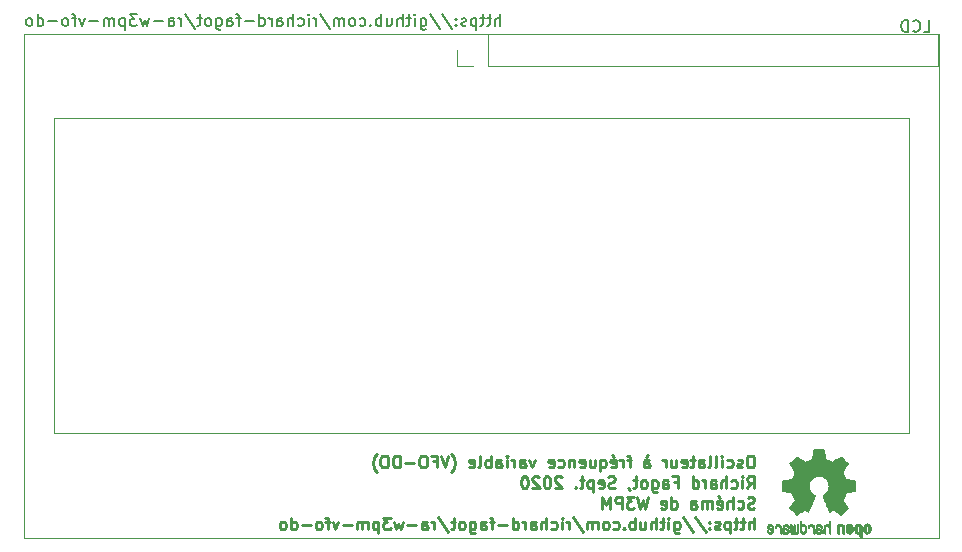
<source format=gbr>
G04 #@! TF.GenerationSoftware,KiCad,Pcbnew,(5.1.6)-1*
G04 #@! TF.CreationDate,2020-09-12T17:38:01+02:00*
G04 #@! TF.ProjectId,vfo-do-with-trimmer_boutons regroup_s-10x5,76666f2d-646f-42d7-9769-74682d747269,rev?*
G04 #@! TF.SameCoordinates,Original*
G04 #@! TF.FileFunction,Legend,Bot*
G04 #@! TF.FilePolarity,Positive*
%FSLAX46Y46*%
G04 Gerber Fmt 4.6, Leading zero omitted, Abs format (unit mm)*
G04 Created by KiCad (PCBNEW (5.1.6)-1) date 2020-09-12 17:38:01*
%MOMM*%
%LPD*%
G01*
G04 APERTURE LIST*
%ADD10C,0.150000*%
%ADD11C,0.120000*%
%ADD12C,0.250000*%
%ADD13C,0.010000*%
G04 APERTURE END LIST*
D10*
X150857619Y-103957380D02*
X150857619Y-102957380D01*
X150429047Y-103957380D02*
X150429047Y-103433571D01*
X150476666Y-103338333D01*
X150571904Y-103290714D01*
X150714761Y-103290714D01*
X150810000Y-103338333D01*
X150857619Y-103385952D01*
X150095714Y-103290714D02*
X149714761Y-103290714D01*
X149952857Y-102957380D02*
X149952857Y-103814523D01*
X149905238Y-103909761D01*
X149810000Y-103957380D01*
X149714761Y-103957380D01*
X149524285Y-103290714D02*
X149143333Y-103290714D01*
X149381428Y-102957380D02*
X149381428Y-103814523D01*
X149333809Y-103909761D01*
X149238571Y-103957380D01*
X149143333Y-103957380D01*
X148810000Y-103290714D02*
X148810000Y-104290714D01*
X148810000Y-103338333D02*
X148714761Y-103290714D01*
X148524285Y-103290714D01*
X148429047Y-103338333D01*
X148381428Y-103385952D01*
X148333809Y-103481190D01*
X148333809Y-103766904D01*
X148381428Y-103862142D01*
X148429047Y-103909761D01*
X148524285Y-103957380D01*
X148714761Y-103957380D01*
X148810000Y-103909761D01*
X147952857Y-103909761D02*
X147857619Y-103957380D01*
X147667142Y-103957380D01*
X147571904Y-103909761D01*
X147524285Y-103814523D01*
X147524285Y-103766904D01*
X147571904Y-103671666D01*
X147667142Y-103624047D01*
X147810000Y-103624047D01*
X147905238Y-103576428D01*
X147952857Y-103481190D01*
X147952857Y-103433571D01*
X147905238Y-103338333D01*
X147810000Y-103290714D01*
X147667142Y-103290714D01*
X147571904Y-103338333D01*
X147095714Y-103862142D02*
X147048095Y-103909761D01*
X147095714Y-103957380D01*
X147143333Y-103909761D01*
X147095714Y-103862142D01*
X147095714Y-103957380D01*
X147095714Y-103338333D02*
X147048095Y-103385952D01*
X147095714Y-103433571D01*
X147143333Y-103385952D01*
X147095714Y-103338333D01*
X147095714Y-103433571D01*
X145905238Y-102909761D02*
X146762380Y-104195476D01*
X144857619Y-102909761D02*
X145714761Y-104195476D01*
X144095714Y-103290714D02*
X144095714Y-104100238D01*
X144143333Y-104195476D01*
X144190952Y-104243095D01*
X144286190Y-104290714D01*
X144429047Y-104290714D01*
X144524285Y-104243095D01*
X144095714Y-103909761D02*
X144190952Y-103957380D01*
X144381428Y-103957380D01*
X144476666Y-103909761D01*
X144524285Y-103862142D01*
X144571904Y-103766904D01*
X144571904Y-103481190D01*
X144524285Y-103385952D01*
X144476666Y-103338333D01*
X144381428Y-103290714D01*
X144190952Y-103290714D01*
X144095714Y-103338333D01*
X143619523Y-103957380D02*
X143619523Y-103290714D01*
X143619523Y-102957380D02*
X143667142Y-103005000D01*
X143619523Y-103052619D01*
X143571904Y-103005000D01*
X143619523Y-102957380D01*
X143619523Y-103052619D01*
X143286190Y-103290714D02*
X142905238Y-103290714D01*
X143143333Y-102957380D02*
X143143333Y-103814523D01*
X143095714Y-103909761D01*
X143000476Y-103957380D01*
X142905238Y-103957380D01*
X142571904Y-103957380D02*
X142571904Y-102957380D01*
X142143333Y-103957380D02*
X142143333Y-103433571D01*
X142190952Y-103338333D01*
X142286190Y-103290714D01*
X142429047Y-103290714D01*
X142524285Y-103338333D01*
X142571904Y-103385952D01*
X141238571Y-103290714D02*
X141238571Y-103957380D01*
X141667142Y-103290714D02*
X141667142Y-103814523D01*
X141619523Y-103909761D01*
X141524285Y-103957380D01*
X141381428Y-103957380D01*
X141286190Y-103909761D01*
X141238571Y-103862142D01*
X140762380Y-103957380D02*
X140762380Y-102957380D01*
X140762380Y-103338333D02*
X140667142Y-103290714D01*
X140476666Y-103290714D01*
X140381428Y-103338333D01*
X140333809Y-103385952D01*
X140286190Y-103481190D01*
X140286190Y-103766904D01*
X140333809Y-103862142D01*
X140381428Y-103909761D01*
X140476666Y-103957380D01*
X140667142Y-103957380D01*
X140762380Y-103909761D01*
X139857619Y-103862142D02*
X139810000Y-103909761D01*
X139857619Y-103957380D01*
X139905238Y-103909761D01*
X139857619Y-103862142D01*
X139857619Y-103957380D01*
X138952857Y-103909761D02*
X139048095Y-103957380D01*
X139238571Y-103957380D01*
X139333809Y-103909761D01*
X139381428Y-103862142D01*
X139429047Y-103766904D01*
X139429047Y-103481190D01*
X139381428Y-103385952D01*
X139333809Y-103338333D01*
X139238571Y-103290714D01*
X139048095Y-103290714D01*
X138952857Y-103338333D01*
X138381428Y-103957380D02*
X138476666Y-103909761D01*
X138524285Y-103862142D01*
X138571904Y-103766904D01*
X138571904Y-103481190D01*
X138524285Y-103385952D01*
X138476666Y-103338333D01*
X138381428Y-103290714D01*
X138238571Y-103290714D01*
X138143333Y-103338333D01*
X138095714Y-103385952D01*
X138048095Y-103481190D01*
X138048095Y-103766904D01*
X138095714Y-103862142D01*
X138143333Y-103909761D01*
X138238571Y-103957380D01*
X138381428Y-103957380D01*
X137619523Y-103957380D02*
X137619523Y-103290714D01*
X137619523Y-103385952D02*
X137571904Y-103338333D01*
X137476666Y-103290714D01*
X137333809Y-103290714D01*
X137238571Y-103338333D01*
X137190952Y-103433571D01*
X137190952Y-103957380D01*
X137190952Y-103433571D02*
X137143333Y-103338333D01*
X137048095Y-103290714D01*
X136905238Y-103290714D01*
X136810000Y-103338333D01*
X136762380Y-103433571D01*
X136762380Y-103957380D01*
X135571904Y-102909761D02*
X136429047Y-104195476D01*
X135238571Y-103957380D02*
X135238571Y-103290714D01*
X135238571Y-103481190D02*
X135190952Y-103385952D01*
X135143333Y-103338333D01*
X135048095Y-103290714D01*
X134952857Y-103290714D01*
X134619523Y-103957380D02*
X134619523Y-103290714D01*
X134619523Y-102957380D02*
X134667142Y-103005000D01*
X134619523Y-103052619D01*
X134571904Y-103005000D01*
X134619523Y-102957380D01*
X134619523Y-103052619D01*
X133714761Y-103909761D02*
X133810000Y-103957380D01*
X134000476Y-103957380D01*
X134095714Y-103909761D01*
X134143333Y-103862142D01*
X134190952Y-103766904D01*
X134190952Y-103481190D01*
X134143333Y-103385952D01*
X134095714Y-103338333D01*
X134000476Y-103290714D01*
X133810000Y-103290714D01*
X133714761Y-103338333D01*
X133286190Y-103957380D02*
X133286190Y-102957380D01*
X132857619Y-103957380D02*
X132857619Y-103433571D01*
X132905238Y-103338333D01*
X133000476Y-103290714D01*
X133143333Y-103290714D01*
X133238571Y-103338333D01*
X133286190Y-103385952D01*
X131952857Y-103957380D02*
X131952857Y-103433571D01*
X132000476Y-103338333D01*
X132095714Y-103290714D01*
X132286190Y-103290714D01*
X132381428Y-103338333D01*
X131952857Y-103909761D02*
X132048095Y-103957380D01*
X132286190Y-103957380D01*
X132381428Y-103909761D01*
X132429047Y-103814523D01*
X132429047Y-103719285D01*
X132381428Y-103624047D01*
X132286190Y-103576428D01*
X132048095Y-103576428D01*
X131952857Y-103528809D01*
X131476666Y-103957380D02*
X131476666Y-103290714D01*
X131476666Y-103481190D02*
X131429047Y-103385952D01*
X131381428Y-103338333D01*
X131286190Y-103290714D01*
X131190952Y-103290714D01*
X130429047Y-103957380D02*
X130429047Y-102957380D01*
X130429047Y-103909761D02*
X130524285Y-103957380D01*
X130714761Y-103957380D01*
X130810000Y-103909761D01*
X130857619Y-103862142D01*
X130905238Y-103766904D01*
X130905238Y-103481190D01*
X130857619Y-103385952D01*
X130810000Y-103338333D01*
X130714761Y-103290714D01*
X130524285Y-103290714D01*
X130429047Y-103338333D01*
X129952857Y-103576428D02*
X129190952Y-103576428D01*
X128857619Y-103290714D02*
X128476666Y-103290714D01*
X128714761Y-103957380D02*
X128714761Y-103100238D01*
X128667142Y-103005000D01*
X128571904Y-102957380D01*
X128476666Y-102957380D01*
X127714761Y-103957380D02*
X127714761Y-103433571D01*
X127762380Y-103338333D01*
X127857619Y-103290714D01*
X128048095Y-103290714D01*
X128143333Y-103338333D01*
X127714761Y-103909761D02*
X127810000Y-103957380D01*
X128048095Y-103957380D01*
X128143333Y-103909761D01*
X128190952Y-103814523D01*
X128190952Y-103719285D01*
X128143333Y-103624047D01*
X128048095Y-103576428D01*
X127810000Y-103576428D01*
X127714761Y-103528809D01*
X126810000Y-103290714D02*
X126810000Y-104100238D01*
X126857619Y-104195476D01*
X126905238Y-104243095D01*
X127000476Y-104290714D01*
X127143333Y-104290714D01*
X127238571Y-104243095D01*
X126810000Y-103909761D02*
X126905238Y-103957380D01*
X127095714Y-103957380D01*
X127190952Y-103909761D01*
X127238571Y-103862142D01*
X127286190Y-103766904D01*
X127286190Y-103481190D01*
X127238571Y-103385952D01*
X127190952Y-103338333D01*
X127095714Y-103290714D01*
X126905238Y-103290714D01*
X126810000Y-103338333D01*
X126190952Y-103957380D02*
X126286190Y-103909761D01*
X126333809Y-103862142D01*
X126381428Y-103766904D01*
X126381428Y-103481190D01*
X126333809Y-103385952D01*
X126286190Y-103338333D01*
X126190952Y-103290714D01*
X126048095Y-103290714D01*
X125952857Y-103338333D01*
X125905238Y-103385952D01*
X125857619Y-103481190D01*
X125857619Y-103766904D01*
X125905238Y-103862142D01*
X125952857Y-103909761D01*
X126048095Y-103957380D01*
X126190952Y-103957380D01*
X125571904Y-103290714D02*
X125190952Y-103290714D01*
X125429047Y-102957380D02*
X125429047Y-103814523D01*
X125381428Y-103909761D01*
X125286190Y-103957380D01*
X125190952Y-103957380D01*
X124143333Y-102909761D02*
X125000476Y-104195476D01*
X123810000Y-103957380D02*
X123810000Y-103290714D01*
X123810000Y-103481190D02*
X123762380Y-103385952D01*
X123714761Y-103338333D01*
X123619523Y-103290714D01*
X123524285Y-103290714D01*
X122762380Y-103957380D02*
X122762380Y-103433571D01*
X122810000Y-103338333D01*
X122905238Y-103290714D01*
X123095714Y-103290714D01*
X123190952Y-103338333D01*
X122762380Y-103909761D02*
X122857619Y-103957380D01*
X123095714Y-103957380D01*
X123190952Y-103909761D01*
X123238571Y-103814523D01*
X123238571Y-103719285D01*
X123190952Y-103624047D01*
X123095714Y-103576428D01*
X122857619Y-103576428D01*
X122762380Y-103528809D01*
X122286190Y-103576428D02*
X121524285Y-103576428D01*
X121143333Y-103290714D02*
X120952857Y-103957380D01*
X120762380Y-103481190D01*
X120571904Y-103957380D01*
X120381428Y-103290714D01*
X120095714Y-102957380D02*
X119476666Y-102957380D01*
X119810000Y-103338333D01*
X119667142Y-103338333D01*
X119571904Y-103385952D01*
X119524285Y-103433571D01*
X119476666Y-103528809D01*
X119476666Y-103766904D01*
X119524285Y-103862142D01*
X119571904Y-103909761D01*
X119667142Y-103957380D01*
X119952857Y-103957380D01*
X120048095Y-103909761D01*
X120095714Y-103862142D01*
X119048095Y-103290714D02*
X119048095Y-104290714D01*
X119048095Y-103338333D02*
X118952857Y-103290714D01*
X118762380Y-103290714D01*
X118667142Y-103338333D01*
X118619523Y-103385952D01*
X118571904Y-103481190D01*
X118571904Y-103766904D01*
X118619523Y-103862142D01*
X118667142Y-103909761D01*
X118762380Y-103957380D01*
X118952857Y-103957380D01*
X119048095Y-103909761D01*
X118143333Y-103957380D02*
X118143333Y-103290714D01*
X118143333Y-103385952D02*
X118095714Y-103338333D01*
X118000476Y-103290714D01*
X117857619Y-103290714D01*
X117762380Y-103338333D01*
X117714761Y-103433571D01*
X117714761Y-103957380D01*
X117714761Y-103433571D02*
X117667142Y-103338333D01*
X117571904Y-103290714D01*
X117429047Y-103290714D01*
X117333809Y-103338333D01*
X117286190Y-103433571D01*
X117286190Y-103957380D01*
X116810000Y-103576428D02*
X116048095Y-103576428D01*
X115667142Y-103290714D02*
X115429047Y-103957380D01*
X115190952Y-103290714D01*
X114952857Y-103290714D02*
X114571904Y-103290714D01*
X114810000Y-103957380D02*
X114810000Y-103100238D01*
X114762380Y-103005000D01*
X114667142Y-102957380D01*
X114571904Y-102957380D01*
X114095714Y-103957380D02*
X114190952Y-103909761D01*
X114238571Y-103862142D01*
X114286190Y-103766904D01*
X114286190Y-103481190D01*
X114238571Y-103385952D01*
X114190952Y-103338333D01*
X114095714Y-103290714D01*
X113952857Y-103290714D01*
X113857619Y-103338333D01*
X113810000Y-103385952D01*
X113762380Y-103481190D01*
X113762380Y-103766904D01*
X113810000Y-103862142D01*
X113857619Y-103909761D01*
X113952857Y-103957380D01*
X114095714Y-103957380D01*
X113333809Y-103576428D02*
X112571904Y-103576428D01*
X111667142Y-103957380D02*
X111667142Y-102957380D01*
X111667142Y-103909761D02*
X111762380Y-103957380D01*
X111952857Y-103957380D01*
X112048095Y-103909761D01*
X112095714Y-103862142D01*
X112143333Y-103766904D01*
X112143333Y-103481190D01*
X112095714Y-103385952D01*
X112048095Y-103338333D01*
X111952857Y-103290714D01*
X111762380Y-103290714D01*
X111667142Y-103338333D01*
X111048095Y-103957380D02*
X111143333Y-103909761D01*
X111190952Y-103862142D01*
X111238571Y-103766904D01*
X111238571Y-103481190D01*
X111190952Y-103385952D01*
X111143333Y-103338333D01*
X111048095Y-103290714D01*
X110905238Y-103290714D01*
X110810000Y-103338333D01*
X110762380Y-103385952D01*
X110714761Y-103481190D01*
X110714761Y-103766904D01*
X110762380Y-103862142D01*
X110810000Y-103909761D01*
X110905238Y-103957380D01*
X111048095Y-103957380D01*
D11*
X113030000Y-138430000D02*
X113030000Y-111760000D01*
X185420000Y-138430000D02*
X113030000Y-138430000D01*
X185420000Y-111760000D02*
X185420000Y-138430000D01*
X113030000Y-111760000D02*
X185420000Y-111760000D01*
X187960000Y-147320000D02*
X187960000Y-104670000D01*
X110490000Y-147320000D02*
X187960000Y-147320000D01*
X110490000Y-104670000D02*
X110490000Y-147320000D01*
X187930000Y-104670000D02*
X110490000Y-104670000D01*
D12*
X172128928Y-140337380D02*
X171938452Y-140337380D01*
X171843214Y-140385000D01*
X171747976Y-140480238D01*
X171700357Y-140670714D01*
X171700357Y-141004047D01*
X171747976Y-141194523D01*
X171843214Y-141289761D01*
X171938452Y-141337380D01*
X172128928Y-141337380D01*
X172224166Y-141289761D01*
X172319404Y-141194523D01*
X172367023Y-141004047D01*
X172367023Y-140670714D01*
X172319404Y-140480238D01*
X172224166Y-140385000D01*
X172128928Y-140337380D01*
X171319404Y-141289761D02*
X171224166Y-141337380D01*
X171033690Y-141337380D01*
X170938452Y-141289761D01*
X170890833Y-141194523D01*
X170890833Y-141146904D01*
X170938452Y-141051666D01*
X171033690Y-141004047D01*
X171176547Y-141004047D01*
X171271785Y-140956428D01*
X171319404Y-140861190D01*
X171319404Y-140813571D01*
X171271785Y-140718333D01*
X171176547Y-140670714D01*
X171033690Y-140670714D01*
X170938452Y-140718333D01*
X170033690Y-141289761D02*
X170128928Y-141337380D01*
X170319404Y-141337380D01*
X170414642Y-141289761D01*
X170462261Y-141242142D01*
X170509880Y-141146904D01*
X170509880Y-140861190D01*
X170462261Y-140765952D01*
X170414642Y-140718333D01*
X170319404Y-140670714D01*
X170128928Y-140670714D01*
X170033690Y-140718333D01*
X169605119Y-141337380D02*
X169605119Y-140670714D01*
X169605119Y-140337380D02*
X169652738Y-140385000D01*
X169605119Y-140432619D01*
X169557499Y-140385000D01*
X169605119Y-140337380D01*
X169605119Y-140432619D01*
X168986071Y-141337380D02*
X169081309Y-141289761D01*
X169128928Y-141194523D01*
X169128928Y-140337380D01*
X168462261Y-141337380D02*
X168557499Y-141289761D01*
X168605119Y-141194523D01*
X168605119Y-140337380D01*
X167652738Y-141337380D02*
X167652738Y-140813571D01*
X167700357Y-140718333D01*
X167795595Y-140670714D01*
X167986071Y-140670714D01*
X168081309Y-140718333D01*
X167652738Y-141289761D02*
X167747976Y-141337380D01*
X167986071Y-141337380D01*
X168081309Y-141289761D01*
X168128928Y-141194523D01*
X168128928Y-141099285D01*
X168081309Y-141004047D01*
X167986071Y-140956428D01*
X167747976Y-140956428D01*
X167652738Y-140908809D01*
X167319404Y-140670714D02*
X166938452Y-140670714D01*
X167176547Y-140337380D02*
X167176547Y-141194523D01*
X167128928Y-141289761D01*
X167033690Y-141337380D01*
X166938452Y-141337380D01*
X166224166Y-141289761D02*
X166319404Y-141337380D01*
X166509880Y-141337380D01*
X166605119Y-141289761D01*
X166652738Y-141194523D01*
X166652738Y-140813571D01*
X166605119Y-140718333D01*
X166509880Y-140670714D01*
X166319404Y-140670714D01*
X166224166Y-140718333D01*
X166176547Y-140813571D01*
X166176547Y-140908809D01*
X166652738Y-141004047D01*
X165319404Y-140670714D02*
X165319404Y-141337380D01*
X165747976Y-140670714D02*
X165747976Y-141194523D01*
X165700357Y-141289761D01*
X165605119Y-141337380D01*
X165462261Y-141337380D01*
X165367023Y-141289761D01*
X165319404Y-141242142D01*
X164843214Y-141337380D02*
X164843214Y-140670714D01*
X164843214Y-140861190D02*
X164795595Y-140765952D01*
X164747976Y-140718333D01*
X164652738Y-140670714D01*
X164557500Y-140670714D01*
X163033690Y-141337380D02*
X163033690Y-140813571D01*
X163081309Y-140718333D01*
X163176547Y-140670714D01*
X163367023Y-140670714D01*
X163462261Y-140718333D01*
X163033690Y-141289761D02*
X163128928Y-141337380D01*
X163367023Y-141337380D01*
X163462261Y-141289761D01*
X163509880Y-141194523D01*
X163509880Y-141099285D01*
X163462261Y-141004047D01*
X163367023Y-140956428D01*
X163128928Y-140956428D01*
X163033690Y-140908809D01*
X163367023Y-140289761D02*
X163224166Y-140432619D01*
X161938452Y-140670714D02*
X161557500Y-140670714D01*
X161795595Y-141337380D02*
X161795595Y-140480238D01*
X161747976Y-140385000D01*
X161652738Y-140337380D01*
X161557500Y-140337380D01*
X161224166Y-141337380D02*
X161224166Y-140670714D01*
X161224166Y-140861190D02*
X161176547Y-140765952D01*
X161128928Y-140718333D01*
X161033690Y-140670714D01*
X160938452Y-140670714D01*
X160224166Y-141289761D02*
X160319404Y-141337380D01*
X160509880Y-141337380D01*
X160605119Y-141289761D01*
X160652738Y-141194523D01*
X160652738Y-140813571D01*
X160605119Y-140718333D01*
X160509880Y-140670714D01*
X160319404Y-140670714D01*
X160224166Y-140718333D01*
X160176547Y-140813571D01*
X160176547Y-140908809D01*
X160652738Y-141004047D01*
X160319404Y-140289761D02*
X160462261Y-140432619D01*
X159319404Y-140670714D02*
X159319404Y-141670714D01*
X159319404Y-141289761D02*
X159414642Y-141337380D01*
X159605119Y-141337380D01*
X159700357Y-141289761D01*
X159747976Y-141242142D01*
X159795595Y-141146904D01*
X159795595Y-140861190D01*
X159747976Y-140765952D01*
X159700357Y-140718333D01*
X159605119Y-140670714D01*
X159414642Y-140670714D01*
X159319404Y-140718333D01*
X158414642Y-140670714D02*
X158414642Y-141337380D01*
X158843214Y-140670714D02*
X158843214Y-141194523D01*
X158795595Y-141289761D01*
X158700357Y-141337380D01*
X158557500Y-141337380D01*
X158462261Y-141289761D01*
X158414642Y-141242142D01*
X157557500Y-141289761D02*
X157652738Y-141337380D01*
X157843214Y-141337380D01*
X157938452Y-141289761D01*
X157986071Y-141194523D01*
X157986071Y-140813571D01*
X157938452Y-140718333D01*
X157843214Y-140670714D01*
X157652738Y-140670714D01*
X157557500Y-140718333D01*
X157509880Y-140813571D01*
X157509880Y-140908809D01*
X157986071Y-141004047D01*
X157081309Y-140670714D02*
X157081309Y-141337380D01*
X157081309Y-140765952D02*
X157033690Y-140718333D01*
X156938452Y-140670714D01*
X156795595Y-140670714D01*
X156700357Y-140718333D01*
X156652738Y-140813571D01*
X156652738Y-141337380D01*
X155747976Y-141289761D02*
X155843214Y-141337380D01*
X156033690Y-141337380D01*
X156128928Y-141289761D01*
X156176547Y-141242142D01*
X156224166Y-141146904D01*
X156224166Y-140861190D01*
X156176547Y-140765952D01*
X156128928Y-140718333D01*
X156033690Y-140670714D01*
X155843214Y-140670714D01*
X155747976Y-140718333D01*
X154938452Y-141289761D02*
X155033690Y-141337380D01*
X155224166Y-141337380D01*
X155319404Y-141289761D01*
X155367023Y-141194523D01*
X155367023Y-140813571D01*
X155319404Y-140718333D01*
X155224166Y-140670714D01*
X155033690Y-140670714D01*
X154938452Y-140718333D01*
X154890833Y-140813571D01*
X154890833Y-140908809D01*
X155367023Y-141004047D01*
X153795595Y-140670714D02*
X153557500Y-141337380D01*
X153319404Y-140670714D01*
X152509880Y-141337380D02*
X152509880Y-140813571D01*
X152557500Y-140718333D01*
X152652738Y-140670714D01*
X152843214Y-140670714D01*
X152938452Y-140718333D01*
X152509880Y-141289761D02*
X152605119Y-141337380D01*
X152843214Y-141337380D01*
X152938452Y-141289761D01*
X152986071Y-141194523D01*
X152986071Y-141099285D01*
X152938452Y-141004047D01*
X152843214Y-140956428D01*
X152605119Y-140956428D01*
X152509880Y-140908809D01*
X152033690Y-141337380D02*
X152033690Y-140670714D01*
X152033690Y-140861190D02*
X151986071Y-140765952D01*
X151938452Y-140718333D01*
X151843214Y-140670714D01*
X151747976Y-140670714D01*
X151414642Y-141337380D02*
X151414642Y-140670714D01*
X151414642Y-140337380D02*
X151462261Y-140385000D01*
X151414642Y-140432619D01*
X151367023Y-140385000D01*
X151414642Y-140337380D01*
X151414642Y-140432619D01*
X150509880Y-141337380D02*
X150509880Y-140813571D01*
X150557500Y-140718333D01*
X150652738Y-140670714D01*
X150843214Y-140670714D01*
X150938452Y-140718333D01*
X150509880Y-141289761D02*
X150605119Y-141337380D01*
X150843214Y-141337380D01*
X150938452Y-141289761D01*
X150986071Y-141194523D01*
X150986071Y-141099285D01*
X150938452Y-141004047D01*
X150843214Y-140956428D01*
X150605119Y-140956428D01*
X150509880Y-140908809D01*
X150033690Y-141337380D02*
X150033690Y-140337380D01*
X150033690Y-140718333D02*
X149938452Y-140670714D01*
X149747976Y-140670714D01*
X149652738Y-140718333D01*
X149605119Y-140765952D01*
X149557500Y-140861190D01*
X149557500Y-141146904D01*
X149605119Y-141242142D01*
X149652738Y-141289761D01*
X149747976Y-141337380D01*
X149938452Y-141337380D01*
X150033690Y-141289761D01*
X148986071Y-141337380D02*
X149081309Y-141289761D01*
X149128928Y-141194523D01*
X149128928Y-140337380D01*
X148224166Y-141289761D02*
X148319404Y-141337380D01*
X148509880Y-141337380D01*
X148605119Y-141289761D01*
X148652738Y-141194523D01*
X148652738Y-140813571D01*
X148605119Y-140718333D01*
X148509880Y-140670714D01*
X148319404Y-140670714D01*
X148224166Y-140718333D01*
X148176547Y-140813571D01*
X148176547Y-140908809D01*
X148652738Y-141004047D01*
X146700357Y-141718333D02*
X146747976Y-141670714D01*
X146843214Y-141527857D01*
X146890833Y-141432619D01*
X146938452Y-141289761D01*
X146986071Y-141051666D01*
X146986071Y-140861190D01*
X146938452Y-140623095D01*
X146890833Y-140480238D01*
X146843214Y-140385000D01*
X146747976Y-140242142D01*
X146700357Y-140194523D01*
X146462261Y-140337380D02*
X146128928Y-141337380D01*
X145795595Y-140337380D01*
X145128928Y-140813571D02*
X145462261Y-140813571D01*
X145462261Y-141337380D02*
X145462261Y-140337380D01*
X144986071Y-140337380D01*
X144414642Y-140337380D02*
X144224166Y-140337380D01*
X144128928Y-140385000D01*
X144033690Y-140480238D01*
X143986071Y-140670714D01*
X143986071Y-141004047D01*
X144033690Y-141194523D01*
X144128928Y-141289761D01*
X144224166Y-141337380D01*
X144414642Y-141337380D01*
X144509880Y-141289761D01*
X144605119Y-141194523D01*
X144652738Y-141004047D01*
X144652738Y-140670714D01*
X144605119Y-140480238D01*
X144509880Y-140385000D01*
X144414642Y-140337380D01*
X143557500Y-140956428D02*
X142795595Y-140956428D01*
X142319404Y-141337380D02*
X142319404Y-140337380D01*
X142081309Y-140337380D01*
X141938452Y-140385000D01*
X141843214Y-140480238D01*
X141795595Y-140575476D01*
X141747976Y-140765952D01*
X141747976Y-140908809D01*
X141795595Y-141099285D01*
X141843214Y-141194523D01*
X141938452Y-141289761D01*
X142081309Y-141337380D01*
X142319404Y-141337380D01*
X141128928Y-140337380D02*
X140938452Y-140337380D01*
X140843214Y-140385000D01*
X140747976Y-140480238D01*
X140700357Y-140670714D01*
X140700357Y-141004047D01*
X140747976Y-141194523D01*
X140843214Y-141289761D01*
X140938452Y-141337380D01*
X141128928Y-141337380D01*
X141224166Y-141289761D01*
X141319404Y-141194523D01*
X141367023Y-141004047D01*
X141367023Y-140670714D01*
X141319404Y-140480238D01*
X141224166Y-140385000D01*
X141128928Y-140337380D01*
X140367023Y-141718333D02*
X140319404Y-141670714D01*
X140224166Y-141527857D01*
X140176547Y-141432619D01*
X140128928Y-141289761D01*
X140081309Y-141051666D01*
X140081309Y-140861190D01*
X140128928Y-140623095D01*
X140176547Y-140480238D01*
X140224166Y-140385000D01*
X140319404Y-140242142D01*
X140367023Y-140194523D01*
X171747976Y-143087380D02*
X172081309Y-142611190D01*
X172319404Y-143087380D02*
X172319404Y-142087380D01*
X171938452Y-142087380D01*
X171843214Y-142135000D01*
X171795595Y-142182619D01*
X171747976Y-142277857D01*
X171747976Y-142420714D01*
X171795595Y-142515952D01*
X171843214Y-142563571D01*
X171938452Y-142611190D01*
X172319404Y-142611190D01*
X171319404Y-143087380D02*
X171319404Y-142420714D01*
X171319404Y-142087380D02*
X171367023Y-142135000D01*
X171319404Y-142182619D01*
X171271785Y-142135000D01*
X171319404Y-142087380D01*
X171319404Y-142182619D01*
X170414642Y-143039761D02*
X170509880Y-143087380D01*
X170700357Y-143087380D01*
X170795595Y-143039761D01*
X170843214Y-142992142D01*
X170890833Y-142896904D01*
X170890833Y-142611190D01*
X170843214Y-142515952D01*
X170795595Y-142468333D01*
X170700357Y-142420714D01*
X170509880Y-142420714D01*
X170414642Y-142468333D01*
X169986071Y-143087380D02*
X169986071Y-142087380D01*
X169557500Y-143087380D02*
X169557500Y-142563571D01*
X169605119Y-142468333D01*
X169700357Y-142420714D01*
X169843214Y-142420714D01*
X169938452Y-142468333D01*
X169986071Y-142515952D01*
X168652738Y-143087380D02*
X168652738Y-142563571D01*
X168700357Y-142468333D01*
X168795595Y-142420714D01*
X168986071Y-142420714D01*
X169081309Y-142468333D01*
X168652738Y-143039761D02*
X168747976Y-143087380D01*
X168986071Y-143087380D01*
X169081309Y-143039761D01*
X169128928Y-142944523D01*
X169128928Y-142849285D01*
X169081309Y-142754047D01*
X168986071Y-142706428D01*
X168747976Y-142706428D01*
X168652738Y-142658809D01*
X168176547Y-143087380D02*
X168176547Y-142420714D01*
X168176547Y-142611190D02*
X168128928Y-142515952D01*
X168081309Y-142468333D01*
X167986071Y-142420714D01*
X167890833Y-142420714D01*
X167128928Y-143087380D02*
X167128928Y-142087380D01*
X167128928Y-143039761D02*
X167224166Y-143087380D01*
X167414642Y-143087380D01*
X167509880Y-143039761D01*
X167557500Y-142992142D01*
X167605119Y-142896904D01*
X167605119Y-142611190D01*
X167557500Y-142515952D01*
X167509880Y-142468333D01*
X167414642Y-142420714D01*
X167224166Y-142420714D01*
X167128928Y-142468333D01*
X165557500Y-142563571D02*
X165890833Y-142563571D01*
X165890833Y-143087380D02*
X165890833Y-142087380D01*
X165414642Y-142087380D01*
X164605119Y-143087380D02*
X164605119Y-142563571D01*
X164652738Y-142468333D01*
X164747976Y-142420714D01*
X164938452Y-142420714D01*
X165033690Y-142468333D01*
X164605119Y-143039761D02*
X164700357Y-143087380D01*
X164938452Y-143087380D01*
X165033690Y-143039761D01*
X165081309Y-142944523D01*
X165081309Y-142849285D01*
X165033690Y-142754047D01*
X164938452Y-142706428D01*
X164700357Y-142706428D01*
X164605119Y-142658809D01*
X163700357Y-142420714D02*
X163700357Y-143230238D01*
X163747976Y-143325476D01*
X163795595Y-143373095D01*
X163890833Y-143420714D01*
X164033690Y-143420714D01*
X164128928Y-143373095D01*
X163700357Y-143039761D02*
X163795595Y-143087380D01*
X163986071Y-143087380D01*
X164081309Y-143039761D01*
X164128928Y-142992142D01*
X164176547Y-142896904D01*
X164176547Y-142611190D01*
X164128928Y-142515952D01*
X164081309Y-142468333D01*
X163986071Y-142420714D01*
X163795595Y-142420714D01*
X163700357Y-142468333D01*
X163081309Y-143087380D02*
X163176547Y-143039761D01*
X163224166Y-142992142D01*
X163271785Y-142896904D01*
X163271785Y-142611190D01*
X163224166Y-142515952D01*
X163176547Y-142468333D01*
X163081309Y-142420714D01*
X162938452Y-142420714D01*
X162843214Y-142468333D01*
X162795595Y-142515952D01*
X162747976Y-142611190D01*
X162747976Y-142896904D01*
X162795595Y-142992142D01*
X162843214Y-143039761D01*
X162938452Y-143087380D01*
X163081309Y-143087380D01*
X162462261Y-142420714D02*
X162081309Y-142420714D01*
X162319404Y-142087380D02*
X162319404Y-142944523D01*
X162271785Y-143039761D01*
X162176547Y-143087380D01*
X162081309Y-143087380D01*
X161700357Y-143039761D02*
X161700357Y-143087380D01*
X161747976Y-143182619D01*
X161795595Y-143230238D01*
X160557500Y-143039761D02*
X160414642Y-143087380D01*
X160176547Y-143087380D01*
X160081309Y-143039761D01*
X160033690Y-142992142D01*
X159986071Y-142896904D01*
X159986071Y-142801666D01*
X160033690Y-142706428D01*
X160081309Y-142658809D01*
X160176547Y-142611190D01*
X160367023Y-142563571D01*
X160462261Y-142515952D01*
X160509880Y-142468333D01*
X160557500Y-142373095D01*
X160557500Y-142277857D01*
X160509880Y-142182619D01*
X160462261Y-142135000D01*
X160367023Y-142087380D01*
X160128928Y-142087380D01*
X159986071Y-142135000D01*
X159176547Y-143039761D02*
X159271785Y-143087380D01*
X159462261Y-143087380D01*
X159557500Y-143039761D01*
X159605119Y-142944523D01*
X159605119Y-142563571D01*
X159557500Y-142468333D01*
X159462261Y-142420714D01*
X159271785Y-142420714D01*
X159176547Y-142468333D01*
X159128928Y-142563571D01*
X159128928Y-142658809D01*
X159605119Y-142754047D01*
X158700357Y-142420714D02*
X158700357Y-143420714D01*
X158700357Y-142468333D02*
X158605119Y-142420714D01*
X158414642Y-142420714D01*
X158319404Y-142468333D01*
X158271785Y-142515952D01*
X158224166Y-142611190D01*
X158224166Y-142896904D01*
X158271785Y-142992142D01*
X158319404Y-143039761D01*
X158414642Y-143087380D01*
X158605119Y-143087380D01*
X158700357Y-143039761D01*
X157938452Y-142420714D02*
X157557500Y-142420714D01*
X157795595Y-142087380D02*
X157795595Y-142944523D01*
X157747976Y-143039761D01*
X157652738Y-143087380D01*
X157557500Y-143087380D01*
X157224166Y-142992142D02*
X157176547Y-143039761D01*
X157224166Y-143087380D01*
X157271785Y-143039761D01*
X157224166Y-142992142D01*
X157224166Y-143087380D01*
X156033690Y-142182619D02*
X155986071Y-142135000D01*
X155890833Y-142087380D01*
X155652738Y-142087380D01*
X155557500Y-142135000D01*
X155509880Y-142182619D01*
X155462261Y-142277857D01*
X155462261Y-142373095D01*
X155509880Y-142515952D01*
X156081309Y-143087380D01*
X155462261Y-143087380D01*
X154843214Y-142087380D02*
X154747976Y-142087380D01*
X154652738Y-142135000D01*
X154605119Y-142182619D01*
X154557500Y-142277857D01*
X154509880Y-142468333D01*
X154509880Y-142706428D01*
X154557500Y-142896904D01*
X154605119Y-142992142D01*
X154652738Y-143039761D01*
X154747976Y-143087380D01*
X154843214Y-143087380D01*
X154938452Y-143039761D01*
X154986071Y-142992142D01*
X155033690Y-142896904D01*
X155081309Y-142706428D01*
X155081309Y-142468333D01*
X155033690Y-142277857D01*
X154986071Y-142182619D01*
X154938452Y-142135000D01*
X154843214Y-142087380D01*
X154128928Y-142182619D02*
X154081309Y-142135000D01*
X153986071Y-142087380D01*
X153747976Y-142087380D01*
X153652738Y-142135000D01*
X153605119Y-142182619D01*
X153557500Y-142277857D01*
X153557500Y-142373095D01*
X153605119Y-142515952D01*
X154176547Y-143087380D01*
X153557500Y-143087380D01*
X152938452Y-142087380D02*
X152843214Y-142087380D01*
X152747976Y-142135000D01*
X152700357Y-142182619D01*
X152652738Y-142277857D01*
X152605119Y-142468333D01*
X152605119Y-142706428D01*
X152652738Y-142896904D01*
X152700357Y-142992142D01*
X152747976Y-143039761D01*
X152843214Y-143087380D01*
X152938452Y-143087380D01*
X153033690Y-143039761D01*
X153081309Y-142992142D01*
X153128928Y-142896904D01*
X153176547Y-142706428D01*
X153176547Y-142468333D01*
X153128928Y-142277857D01*
X153081309Y-142182619D01*
X153033690Y-142135000D01*
X152938452Y-142087380D01*
X172367023Y-144789761D02*
X172224166Y-144837380D01*
X171986071Y-144837380D01*
X171890833Y-144789761D01*
X171843214Y-144742142D01*
X171795595Y-144646904D01*
X171795595Y-144551666D01*
X171843214Y-144456428D01*
X171890833Y-144408809D01*
X171986071Y-144361190D01*
X172176547Y-144313571D01*
X172271785Y-144265952D01*
X172319404Y-144218333D01*
X172367023Y-144123095D01*
X172367023Y-144027857D01*
X172319404Y-143932619D01*
X172271785Y-143885000D01*
X172176547Y-143837380D01*
X171938452Y-143837380D01*
X171795595Y-143885000D01*
X170938452Y-144789761D02*
X171033690Y-144837380D01*
X171224166Y-144837380D01*
X171319404Y-144789761D01*
X171367023Y-144742142D01*
X171414642Y-144646904D01*
X171414642Y-144361190D01*
X171367023Y-144265952D01*
X171319404Y-144218333D01*
X171224166Y-144170714D01*
X171033690Y-144170714D01*
X170938452Y-144218333D01*
X170509880Y-144837380D02*
X170509880Y-143837380D01*
X170081309Y-144837380D02*
X170081309Y-144313571D01*
X170128928Y-144218333D01*
X170224166Y-144170714D01*
X170367023Y-144170714D01*
X170462261Y-144218333D01*
X170509880Y-144265952D01*
X169224166Y-144789761D02*
X169319404Y-144837380D01*
X169509880Y-144837380D01*
X169605119Y-144789761D01*
X169652738Y-144694523D01*
X169652738Y-144313571D01*
X169605119Y-144218333D01*
X169509880Y-144170714D01*
X169319404Y-144170714D01*
X169224166Y-144218333D01*
X169176547Y-144313571D01*
X169176547Y-144408809D01*
X169652738Y-144504047D01*
X169319404Y-143789761D02*
X169462261Y-143932619D01*
X168747976Y-144837380D02*
X168747976Y-144170714D01*
X168747976Y-144265952D02*
X168700357Y-144218333D01*
X168605119Y-144170714D01*
X168462261Y-144170714D01*
X168367023Y-144218333D01*
X168319404Y-144313571D01*
X168319404Y-144837380D01*
X168319404Y-144313571D02*
X168271785Y-144218333D01*
X168176547Y-144170714D01*
X168033690Y-144170714D01*
X167938452Y-144218333D01*
X167890833Y-144313571D01*
X167890833Y-144837380D01*
X166986071Y-144837380D02*
X166986071Y-144313571D01*
X167033690Y-144218333D01*
X167128928Y-144170714D01*
X167319404Y-144170714D01*
X167414642Y-144218333D01*
X166986071Y-144789761D02*
X167081309Y-144837380D01*
X167319404Y-144837380D01*
X167414642Y-144789761D01*
X167462261Y-144694523D01*
X167462261Y-144599285D01*
X167414642Y-144504047D01*
X167319404Y-144456428D01*
X167081309Y-144456428D01*
X166986071Y-144408809D01*
X165319404Y-144837380D02*
X165319404Y-143837380D01*
X165319404Y-144789761D02*
X165414642Y-144837380D01*
X165605119Y-144837380D01*
X165700357Y-144789761D01*
X165747976Y-144742142D01*
X165795595Y-144646904D01*
X165795595Y-144361190D01*
X165747976Y-144265952D01*
X165700357Y-144218333D01*
X165605119Y-144170714D01*
X165414642Y-144170714D01*
X165319404Y-144218333D01*
X164462261Y-144789761D02*
X164557500Y-144837380D01*
X164747976Y-144837380D01*
X164843214Y-144789761D01*
X164890833Y-144694523D01*
X164890833Y-144313571D01*
X164843214Y-144218333D01*
X164747976Y-144170714D01*
X164557500Y-144170714D01*
X164462261Y-144218333D01*
X164414642Y-144313571D01*
X164414642Y-144408809D01*
X164890833Y-144504047D01*
X163319404Y-143837380D02*
X163081309Y-144837380D01*
X162890833Y-144123095D01*
X162700357Y-144837380D01*
X162462261Y-143837380D01*
X162176547Y-143837380D02*
X161557500Y-143837380D01*
X161890833Y-144218333D01*
X161747976Y-144218333D01*
X161652738Y-144265952D01*
X161605119Y-144313571D01*
X161557500Y-144408809D01*
X161557500Y-144646904D01*
X161605119Y-144742142D01*
X161652738Y-144789761D01*
X161747976Y-144837380D01*
X162033690Y-144837380D01*
X162128928Y-144789761D01*
X162176547Y-144742142D01*
X161128928Y-144837380D02*
X161128928Y-143837380D01*
X160747976Y-143837380D01*
X160652738Y-143885000D01*
X160605119Y-143932619D01*
X160557500Y-144027857D01*
X160557500Y-144170714D01*
X160605119Y-144265952D01*
X160652738Y-144313571D01*
X160747976Y-144361190D01*
X161128928Y-144361190D01*
X160128928Y-144837380D02*
X160128928Y-143837380D01*
X159795595Y-144551666D01*
X159462261Y-143837380D01*
X159462261Y-144837380D01*
X172319404Y-146587380D02*
X172319404Y-145587380D01*
X171890833Y-146587380D02*
X171890833Y-146063571D01*
X171938452Y-145968333D01*
X172033690Y-145920714D01*
X172176547Y-145920714D01*
X172271785Y-145968333D01*
X172319404Y-146015952D01*
X171557500Y-145920714D02*
X171176547Y-145920714D01*
X171414642Y-145587380D02*
X171414642Y-146444523D01*
X171367023Y-146539761D01*
X171271785Y-146587380D01*
X171176547Y-146587380D01*
X170986071Y-145920714D02*
X170605119Y-145920714D01*
X170843214Y-145587380D02*
X170843214Y-146444523D01*
X170795595Y-146539761D01*
X170700357Y-146587380D01*
X170605119Y-146587380D01*
X170271785Y-145920714D02*
X170271785Y-146920714D01*
X170271785Y-145968333D02*
X170176547Y-145920714D01*
X169986071Y-145920714D01*
X169890833Y-145968333D01*
X169843214Y-146015952D01*
X169795595Y-146111190D01*
X169795595Y-146396904D01*
X169843214Y-146492142D01*
X169890833Y-146539761D01*
X169986071Y-146587380D01*
X170176547Y-146587380D01*
X170271785Y-146539761D01*
X169414642Y-146539761D02*
X169319404Y-146587380D01*
X169128928Y-146587380D01*
X169033690Y-146539761D01*
X168986071Y-146444523D01*
X168986071Y-146396904D01*
X169033690Y-146301666D01*
X169128928Y-146254047D01*
X169271785Y-146254047D01*
X169367023Y-146206428D01*
X169414642Y-146111190D01*
X169414642Y-146063571D01*
X169367023Y-145968333D01*
X169271785Y-145920714D01*
X169128928Y-145920714D01*
X169033690Y-145968333D01*
X168557500Y-146492142D02*
X168509880Y-146539761D01*
X168557500Y-146587380D01*
X168605119Y-146539761D01*
X168557500Y-146492142D01*
X168557500Y-146587380D01*
X168557500Y-145968333D02*
X168509880Y-146015952D01*
X168557500Y-146063571D01*
X168605119Y-146015952D01*
X168557500Y-145968333D01*
X168557500Y-146063571D01*
X167367023Y-145539761D02*
X168224166Y-146825476D01*
X166319404Y-145539761D02*
X167176547Y-146825476D01*
X165557500Y-145920714D02*
X165557500Y-146730238D01*
X165605119Y-146825476D01*
X165652738Y-146873095D01*
X165747976Y-146920714D01*
X165890833Y-146920714D01*
X165986071Y-146873095D01*
X165557500Y-146539761D02*
X165652738Y-146587380D01*
X165843214Y-146587380D01*
X165938452Y-146539761D01*
X165986071Y-146492142D01*
X166033690Y-146396904D01*
X166033690Y-146111190D01*
X165986071Y-146015952D01*
X165938452Y-145968333D01*
X165843214Y-145920714D01*
X165652738Y-145920714D01*
X165557500Y-145968333D01*
X165081309Y-146587380D02*
X165081309Y-145920714D01*
X165081309Y-145587380D02*
X165128928Y-145635000D01*
X165081309Y-145682619D01*
X165033690Y-145635000D01*
X165081309Y-145587380D01*
X165081309Y-145682619D01*
X164747976Y-145920714D02*
X164367023Y-145920714D01*
X164605119Y-145587380D02*
X164605119Y-146444523D01*
X164557500Y-146539761D01*
X164462261Y-146587380D01*
X164367023Y-146587380D01*
X164033690Y-146587380D02*
X164033690Y-145587380D01*
X163605119Y-146587380D02*
X163605119Y-146063571D01*
X163652738Y-145968333D01*
X163747976Y-145920714D01*
X163890833Y-145920714D01*
X163986071Y-145968333D01*
X164033690Y-146015952D01*
X162700357Y-145920714D02*
X162700357Y-146587380D01*
X163128928Y-145920714D02*
X163128928Y-146444523D01*
X163081309Y-146539761D01*
X162986071Y-146587380D01*
X162843214Y-146587380D01*
X162747976Y-146539761D01*
X162700357Y-146492142D01*
X162224166Y-146587380D02*
X162224166Y-145587380D01*
X162224166Y-145968333D02*
X162128928Y-145920714D01*
X161938452Y-145920714D01*
X161843214Y-145968333D01*
X161795595Y-146015952D01*
X161747976Y-146111190D01*
X161747976Y-146396904D01*
X161795595Y-146492142D01*
X161843214Y-146539761D01*
X161938452Y-146587380D01*
X162128928Y-146587380D01*
X162224166Y-146539761D01*
X161319404Y-146492142D02*
X161271785Y-146539761D01*
X161319404Y-146587380D01*
X161367023Y-146539761D01*
X161319404Y-146492142D01*
X161319404Y-146587380D01*
X160414642Y-146539761D02*
X160509880Y-146587380D01*
X160700357Y-146587380D01*
X160795595Y-146539761D01*
X160843214Y-146492142D01*
X160890833Y-146396904D01*
X160890833Y-146111190D01*
X160843214Y-146015952D01*
X160795595Y-145968333D01*
X160700357Y-145920714D01*
X160509880Y-145920714D01*
X160414642Y-145968333D01*
X159843214Y-146587380D02*
X159938452Y-146539761D01*
X159986071Y-146492142D01*
X160033690Y-146396904D01*
X160033690Y-146111190D01*
X159986071Y-146015952D01*
X159938452Y-145968333D01*
X159843214Y-145920714D01*
X159700357Y-145920714D01*
X159605119Y-145968333D01*
X159557500Y-146015952D01*
X159509880Y-146111190D01*
X159509880Y-146396904D01*
X159557500Y-146492142D01*
X159605119Y-146539761D01*
X159700357Y-146587380D01*
X159843214Y-146587380D01*
X159081309Y-146587380D02*
X159081309Y-145920714D01*
X159081309Y-146015952D02*
X159033690Y-145968333D01*
X158938452Y-145920714D01*
X158795595Y-145920714D01*
X158700357Y-145968333D01*
X158652738Y-146063571D01*
X158652738Y-146587380D01*
X158652738Y-146063571D02*
X158605119Y-145968333D01*
X158509880Y-145920714D01*
X158367023Y-145920714D01*
X158271785Y-145968333D01*
X158224166Y-146063571D01*
X158224166Y-146587380D01*
X157033690Y-145539761D02*
X157890833Y-146825476D01*
X156700357Y-146587380D02*
X156700357Y-145920714D01*
X156700357Y-146111190D02*
X156652738Y-146015952D01*
X156605119Y-145968333D01*
X156509880Y-145920714D01*
X156414642Y-145920714D01*
X156081309Y-146587380D02*
X156081309Y-145920714D01*
X156081309Y-145587380D02*
X156128928Y-145635000D01*
X156081309Y-145682619D01*
X156033690Y-145635000D01*
X156081309Y-145587380D01*
X156081309Y-145682619D01*
X155176547Y-146539761D02*
X155271785Y-146587380D01*
X155462261Y-146587380D01*
X155557500Y-146539761D01*
X155605119Y-146492142D01*
X155652738Y-146396904D01*
X155652738Y-146111190D01*
X155605119Y-146015952D01*
X155557500Y-145968333D01*
X155462261Y-145920714D01*
X155271785Y-145920714D01*
X155176547Y-145968333D01*
X154747976Y-146587380D02*
X154747976Y-145587380D01*
X154319404Y-146587380D02*
X154319404Y-146063571D01*
X154367023Y-145968333D01*
X154462261Y-145920714D01*
X154605119Y-145920714D01*
X154700357Y-145968333D01*
X154747976Y-146015952D01*
X153414642Y-146587380D02*
X153414642Y-146063571D01*
X153462261Y-145968333D01*
X153557500Y-145920714D01*
X153747976Y-145920714D01*
X153843214Y-145968333D01*
X153414642Y-146539761D02*
X153509880Y-146587380D01*
X153747976Y-146587380D01*
X153843214Y-146539761D01*
X153890833Y-146444523D01*
X153890833Y-146349285D01*
X153843214Y-146254047D01*
X153747976Y-146206428D01*
X153509880Y-146206428D01*
X153414642Y-146158809D01*
X152938452Y-146587380D02*
X152938452Y-145920714D01*
X152938452Y-146111190D02*
X152890833Y-146015952D01*
X152843214Y-145968333D01*
X152747976Y-145920714D01*
X152652738Y-145920714D01*
X151890833Y-146587380D02*
X151890833Y-145587380D01*
X151890833Y-146539761D02*
X151986071Y-146587380D01*
X152176547Y-146587380D01*
X152271785Y-146539761D01*
X152319404Y-146492142D01*
X152367023Y-146396904D01*
X152367023Y-146111190D01*
X152319404Y-146015952D01*
X152271785Y-145968333D01*
X152176547Y-145920714D01*
X151986071Y-145920714D01*
X151890833Y-145968333D01*
X151414642Y-146206428D02*
X150652738Y-146206428D01*
X150319404Y-145920714D02*
X149938452Y-145920714D01*
X150176547Y-146587380D02*
X150176547Y-145730238D01*
X150128928Y-145635000D01*
X150033690Y-145587380D01*
X149938452Y-145587380D01*
X149176547Y-146587380D02*
X149176547Y-146063571D01*
X149224166Y-145968333D01*
X149319404Y-145920714D01*
X149509880Y-145920714D01*
X149605119Y-145968333D01*
X149176547Y-146539761D02*
X149271785Y-146587380D01*
X149509880Y-146587380D01*
X149605119Y-146539761D01*
X149652738Y-146444523D01*
X149652738Y-146349285D01*
X149605119Y-146254047D01*
X149509880Y-146206428D01*
X149271785Y-146206428D01*
X149176547Y-146158809D01*
X148271785Y-145920714D02*
X148271785Y-146730238D01*
X148319404Y-146825476D01*
X148367023Y-146873095D01*
X148462261Y-146920714D01*
X148605119Y-146920714D01*
X148700357Y-146873095D01*
X148271785Y-146539761D02*
X148367023Y-146587380D01*
X148557500Y-146587380D01*
X148652738Y-146539761D01*
X148700357Y-146492142D01*
X148747976Y-146396904D01*
X148747976Y-146111190D01*
X148700357Y-146015952D01*
X148652738Y-145968333D01*
X148557500Y-145920714D01*
X148367023Y-145920714D01*
X148271785Y-145968333D01*
X147652738Y-146587380D02*
X147747976Y-146539761D01*
X147795595Y-146492142D01*
X147843214Y-146396904D01*
X147843214Y-146111190D01*
X147795595Y-146015952D01*
X147747976Y-145968333D01*
X147652738Y-145920714D01*
X147509880Y-145920714D01*
X147414642Y-145968333D01*
X147367023Y-146015952D01*
X147319404Y-146111190D01*
X147319404Y-146396904D01*
X147367023Y-146492142D01*
X147414642Y-146539761D01*
X147509880Y-146587380D01*
X147652738Y-146587380D01*
X147033690Y-145920714D02*
X146652738Y-145920714D01*
X146890833Y-145587380D02*
X146890833Y-146444523D01*
X146843214Y-146539761D01*
X146747976Y-146587380D01*
X146652738Y-146587380D01*
X145605119Y-145539761D02*
X146462261Y-146825476D01*
X145271785Y-146587380D02*
X145271785Y-145920714D01*
X145271785Y-146111190D02*
X145224166Y-146015952D01*
X145176547Y-145968333D01*
X145081309Y-145920714D01*
X144986071Y-145920714D01*
X144224166Y-146587380D02*
X144224166Y-146063571D01*
X144271785Y-145968333D01*
X144367023Y-145920714D01*
X144557500Y-145920714D01*
X144652738Y-145968333D01*
X144224166Y-146539761D02*
X144319404Y-146587380D01*
X144557500Y-146587380D01*
X144652738Y-146539761D01*
X144700357Y-146444523D01*
X144700357Y-146349285D01*
X144652738Y-146254047D01*
X144557500Y-146206428D01*
X144319404Y-146206428D01*
X144224166Y-146158809D01*
X143747976Y-146206428D02*
X142986071Y-146206428D01*
X142605119Y-145920714D02*
X142414642Y-146587380D01*
X142224166Y-146111190D01*
X142033690Y-146587380D01*
X141843214Y-145920714D01*
X141557500Y-145587380D02*
X140938452Y-145587380D01*
X141271785Y-145968333D01*
X141128928Y-145968333D01*
X141033690Y-146015952D01*
X140986071Y-146063571D01*
X140938452Y-146158809D01*
X140938452Y-146396904D01*
X140986071Y-146492142D01*
X141033690Y-146539761D01*
X141128928Y-146587380D01*
X141414642Y-146587380D01*
X141509880Y-146539761D01*
X141557500Y-146492142D01*
X140509880Y-145920714D02*
X140509880Y-146920714D01*
X140509880Y-145968333D02*
X140414642Y-145920714D01*
X140224166Y-145920714D01*
X140128928Y-145968333D01*
X140081309Y-146015952D01*
X140033690Y-146111190D01*
X140033690Y-146396904D01*
X140081309Y-146492142D01*
X140128928Y-146539761D01*
X140224166Y-146587380D01*
X140414642Y-146587380D01*
X140509880Y-146539761D01*
X139605119Y-146587380D02*
X139605119Y-145920714D01*
X139605119Y-146015952D02*
X139557500Y-145968333D01*
X139462261Y-145920714D01*
X139319404Y-145920714D01*
X139224166Y-145968333D01*
X139176547Y-146063571D01*
X139176547Y-146587380D01*
X139176547Y-146063571D02*
X139128928Y-145968333D01*
X139033690Y-145920714D01*
X138890833Y-145920714D01*
X138795595Y-145968333D01*
X138747976Y-146063571D01*
X138747976Y-146587380D01*
X138271785Y-146206428D02*
X137509880Y-146206428D01*
X137128928Y-145920714D02*
X136890833Y-146587380D01*
X136652738Y-145920714D01*
X136414642Y-145920714D02*
X136033690Y-145920714D01*
X136271785Y-146587380D02*
X136271785Y-145730238D01*
X136224166Y-145635000D01*
X136128928Y-145587380D01*
X136033690Y-145587380D01*
X135557500Y-146587380D02*
X135652738Y-146539761D01*
X135700357Y-146492142D01*
X135747976Y-146396904D01*
X135747976Y-146111190D01*
X135700357Y-146015952D01*
X135652738Y-145968333D01*
X135557500Y-145920714D01*
X135414642Y-145920714D01*
X135319404Y-145968333D01*
X135271785Y-146015952D01*
X135224166Y-146111190D01*
X135224166Y-146396904D01*
X135271785Y-146492142D01*
X135319404Y-146539761D01*
X135414642Y-146587380D01*
X135557500Y-146587380D01*
X134795595Y-146206428D02*
X134033690Y-146206428D01*
X133128928Y-146587380D02*
X133128928Y-145587380D01*
X133128928Y-146539761D02*
X133224166Y-146587380D01*
X133414642Y-146587380D01*
X133509880Y-146539761D01*
X133557500Y-146492142D01*
X133605119Y-146396904D01*
X133605119Y-146111190D01*
X133557500Y-146015952D01*
X133509880Y-145968333D01*
X133414642Y-145920714D01*
X133224166Y-145920714D01*
X133128928Y-145968333D01*
X132509880Y-146587380D02*
X132605119Y-146539761D01*
X132652738Y-146492142D01*
X132700357Y-146396904D01*
X132700357Y-146111190D01*
X132652738Y-146015952D01*
X132605119Y-145968333D01*
X132509880Y-145920714D01*
X132367023Y-145920714D01*
X132271785Y-145968333D01*
X132224166Y-146015952D01*
X132176547Y-146111190D01*
X132176547Y-146396904D01*
X132224166Y-146492142D01*
X132271785Y-146539761D01*
X132367023Y-146587380D01*
X132509880Y-146587380D01*
D10*
X186690476Y-104452380D02*
X187166666Y-104452380D01*
X187166666Y-103452380D01*
X185785714Y-104357142D02*
X185833333Y-104404761D01*
X185976190Y-104452380D01*
X186071428Y-104452380D01*
X186214285Y-104404761D01*
X186309523Y-104309523D01*
X186357142Y-104214285D01*
X186404761Y-104023809D01*
X186404761Y-103880952D01*
X186357142Y-103690476D01*
X186309523Y-103595238D01*
X186214285Y-103500000D01*
X186071428Y-103452380D01*
X185976190Y-103452380D01*
X185833333Y-103500000D01*
X185785714Y-103547619D01*
X185357142Y-104452380D02*
X185357142Y-103452380D01*
X185119047Y-103452380D01*
X184976190Y-103500000D01*
X184880952Y-103595238D01*
X184833333Y-103690476D01*
X184785714Y-103880952D01*
X184785714Y-104023809D01*
X184833333Y-104214285D01*
X184880952Y-104309523D01*
X184976190Y-104404761D01*
X185119047Y-104452380D01*
X185357142Y-104452380D01*
D13*
G36*
X181031114Y-146094505D02*
G01*
X180956461Y-146131727D01*
X180890569Y-146200261D01*
X180872423Y-146225648D01*
X180852655Y-146258866D01*
X180839828Y-146294945D01*
X180832490Y-146343098D01*
X180829187Y-146412536D01*
X180828462Y-146504206D01*
X180831737Y-146629830D01*
X180843123Y-146724154D01*
X180864959Y-146794523D01*
X180899581Y-146848286D01*
X180949330Y-146892788D01*
X180952986Y-146895423D01*
X181002015Y-146922377D01*
X181061055Y-146935712D01*
X181136141Y-146939000D01*
X181258205Y-146939000D01*
X181258256Y-147057497D01*
X181259392Y-147123492D01*
X181266314Y-147162202D01*
X181284402Y-147185419D01*
X181319038Y-147204933D01*
X181327355Y-147208920D01*
X181366280Y-147227603D01*
X181396417Y-147239403D01*
X181418826Y-147240422D01*
X181434567Y-147226761D01*
X181444698Y-147194522D01*
X181450277Y-147139804D01*
X181452365Y-147058711D01*
X181452019Y-146947344D01*
X181450300Y-146801802D01*
X181449763Y-146758269D01*
X181447828Y-146608205D01*
X181446096Y-146510042D01*
X181258308Y-146510042D01*
X181257252Y-146593364D01*
X181252562Y-146647880D01*
X181241949Y-146683837D01*
X181223128Y-146711482D01*
X181210350Y-146724965D01*
X181158110Y-146764417D01*
X181111858Y-146767628D01*
X181064133Y-146735049D01*
X181062923Y-146733846D01*
X181043506Y-146708668D01*
X181031693Y-146674447D01*
X181025735Y-146621748D01*
X181023880Y-146541131D01*
X181023846Y-146523271D01*
X181028330Y-146412175D01*
X181042926Y-146335161D01*
X181069350Y-146288147D01*
X181109317Y-146267050D01*
X181132416Y-146264923D01*
X181187238Y-146274900D01*
X181224842Y-146307752D01*
X181247477Y-146367857D01*
X181257394Y-146459598D01*
X181258308Y-146510042D01*
X181446096Y-146510042D01*
X181445778Y-146492060D01*
X181443127Y-146404679D01*
X181439394Y-146340905D01*
X181434093Y-146295582D01*
X181426742Y-146263555D01*
X181416857Y-146239668D01*
X181403954Y-146218764D01*
X181398421Y-146210898D01*
X181325031Y-146136595D01*
X181232240Y-146094467D01*
X181124904Y-146082722D01*
X181031114Y-146094505D01*
G37*
X181031114Y-146094505D02*
X180956461Y-146131727D01*
X180890569Y-146200261D01*
X180872423Y-146225648D01*
X180852655Y-146258866D01*
X180839828Y-146294945D01*
X180832490Y-146343098D01*
X180829187Y-146412536D01*
X180828462Y-146504206D01*
X180831737Y-146629830D01*
X180843123Y-146724154D01*
X180864959Y-146794523D01*
X180899581Y-146848286D01*
X180949330Y-146892788D01*
X180952986Y-146895423D01*
X181002015Y-146922377D01*
X181061055Y-146935712D01*
X181136141Y-146939000D01*
X181258205Y-146939000D01*
X181258256Y-147057497D01*
X181259392Y-147123492D01*
X181266314Y-147162202D01*
X181284402Y-147185419D01*
X181319038Y-147204933D01*
X181327355Y-147208920D01*
X181366280Y-147227603D01*
X181396417Y-147239403D01*
X181418826Y-147240422D01*
X181434567Y-147226761D01*
X181444698Y-147194522D01*
X181450277Y-147139804D01*
X181452365Y-147058711D01*
X181452019Y-146947344D01*
X181450300Y-146801802D01*
X181449763Y-146758269D01*
X181447828Y-146608205D01*
X181446096Y-146510042D01*
X181258308Y-146510042D01*
X181257252Y-146593364D01*
X181252562Y-146647880D01*
X181241949Y-146683837D01*
X181223128Y-146711482D01*
X181210350Y-146724965D01*
X181158110Y-146764417D01*
X181111858Y-146767628D01*
X181064133Y-146735049D01*
X181062923Y-146733846D01*
X181043506Y-146708668D01*
X181031693Y-146674447D01*
X181025735Y-146621748D01*
X181023880Y-146541131D01*
X181023846Y-146523271D01*
X181028330Y-146412175D01*
X181042926Y-146335161D01*
X181069350Y-146288147D01*
X181109317Y-146267050D01*
X181132416Y-146264923D01*
X181187238Y-146274900D01*
X181224842Y-146307752D01*
X181247477Y-146367857D01*
X181257394Y-146459598D01*
X181258308Y-146510042D01*
X181446096Y-146510042D01*
X181445778Y-146492060D01*
X181443127Y-146404679D01*
X181439394Y-146340905D01*
X181434093Y-146295582D01*
X181426742Y-146263555D01*
X181416857Y-146239668D01*
X181403954Y-146218764D01*
X181398421Y-146210898D01*
X181325031Y-146136595D01*
X181232240Y-146094467D01*
X181124904Y-146082722D01*
X181031114Y-146094505D01*
G36*
X179528336Y-146105089D02*
G01*
X179465633Y-146141358D01*
X179422039Y-146177358D01*
X179390155Y-146215075D01*
X179368190Y-146261199D01*
X179354351Y-146322421D01*
X179346847Y-146405431D01*
X179343883Y-146516919D01*
X179343539Y-146597062D01*
X179343539Y-146892065D01*
X179509615Y-146966515D01*
X179519385Y-146643402D01*
X179523421Y-146522729D01*
X179527656Y-146435141D01*
X179532903Y-146374650D01*
X179539975Y-146335268D01*
X179549689Y-146311007D01*
X179562856Y-146295880D01*
X179567081Y-146292606D01*
X179631091Y-146267034D01*
X179695792Y-146277153D01*
X179734308Y-146304000D01*
X179749975Y-146323024D01*
X179760820Y-146347988D01*
X179767712Y-146385834D01*
X179771521Y-146443502D01*
X179773117Y-146527935D01*
X179773385Y-146615928D01*
X179773437Y-146726323D01*
X179775328Y-146804463D01*
X179781655Y-146857165D01*
X179795017Y-146891242D01*
X179818015Y-146913511D01*
X179853246Y-146930787D01*
X179900303Y-146948738D01*
X179951697Y-146968278D01*
X179945579Y-146621485D01*
X179943116Y-146496468D01*
X179940233Y-146404082D01*
X179936102Y-146337881D01*
X179929893Y-146291420D01*
X179920774Y-146258256D01*
X179907917Y-146231944D01*
X179892416Y-146208729D01*
X179817629Y-146134569D01*
X179726372Y-146091684D01*
X179627117Y-146081412D01*
X179528336Y-146105089D01*
G37*
X179528336Y-146105089D02*
X179465633Y-146141358D01*
X179422039Y-146177358D01*
X179390155Y-146215075D01*
X179368190Y-146261199D01*
X179354351Y-146322421D01*
X179346847Y-146405431D01*
X179343883Y-146516919D01*
X179343539Y-146597062D01*
X179343539Y-146892065D01*
X179509615Y-146966515D01*
X179519385Y-146643402D01*
X179523421Y-146522729D01*
X179527656Y-146435141D01*
X179532903Y-146374650D01*
X179539975Y-146335268D01*
X179549689Y-146311007D01*
X179562856Y-146295880D01*
X179567081Y-146292606D01*
X179631091Y-146267034D01*
X179695792Y-146277153D01*
X179734308Y-146304000D01*
X179749975Y-146323024D01*
X179760820Y-146347988D01*
X179767712Y-146385834D01*
X179771521Y-146443502D01*
X179773117Y-146527935D01*
X179773385Y-146615928D01*
X179773437Y-146726323D01*
X179775328Y-146804463D01*
X179781655Y-146857165D01*
X179795017Y-146891242D01*
X179818015Y-146913511D01*
X179853246Y-146930787D01*
X179900303Y-146948738D01*
X179951697Y-146968278D01*
X179945579Y-146621485D01*
X179943116Y-146496468D01*
X179940233Y-146404082D01*
X179936102Y-146337881D01*
X179929893Y-146291420D01*
X179920774Y-146258256D01*
X179907917Y-146231944D01*
X179892416Y-146208729D01*
X179817629Y-146134569D01*
X179726372Y-146091684D01*
X179627117Y-146081412D01*
X179528336Y-146105089D01*
G36*
X181783114Y-146097256D02*
G01*
X181691536Y-146145409D01*
X181623951Y-146222905D01*
X181599943Y-146272727D01*
X181581262Y-146347533D01*
X181571699Y-146442052D01*
X181570792Y-146545210D01*
X181578079Y-146645935D01*
X181593097Y-146733153D01*
X181615385Y-146795791D01*
X181622235Y-146806579D01*
X181703368Y-146887105D01*
X181799734Y-146935336D01*
X181904299Y-146949450D01*
X182010032Y-146927629D01*
X182039457Y-146914547D01*
X182096759Y-146874231D01*
X182147050Y-146820775D01*
X182151803Y-146813995D01*
X182171122Y-146781321D01*
X182183892Y-146746394D01*
X182191436Y-146700414D01*
X182195076Y-146634584D01*
X182196135Y-146540105D01*
X182196154Y-146518923D01*
X182196106Y-146512182D01*
X182000769Y-146512182D01*
X181999632Y-146601349D01*
X181995159Y-146660520D01*
X181985754Y-146698741D01*
X181969824Y-146725053D01*
X181961692Y-146733846D01*
X181914942Y-146767261D01*
X181869553Y-146765737D01*
X181823660Y-146736752D01*
X181796288Y-146705809D01*
X181780077Y-146660643D01*
X181770974Y-146589420D01*
X181770349Y-146581114D01*
X181768796Y-146452037D01*
X181785035Y-146356172D01*
X181818848Y-146294107D01*
X181870016Y-146266432D01*
X181888280Y-146264923D01*
X181936240Y-146272513D01*
X181969047Y-146298808D01*
X181989105Y-146349095D01*
X181998822Y-146428664D01*
X182000769Y-146512182D01*
X182196106Y-146512182D01*
X182195426Y-146418249D01*
X182192371Y-146347906D01*
X182185678Y-146299163D01*
X182174040Y-146263288D01*
X182156147Y-146231548D01*
X182152192Y-146225648D01*
X182085733Y-146146104D01*
X182013315Y-146099929D01*
X181925151Y-146081599D01*
X181895213Y-146080703D01*
X181783114Y-146097256D01*
G37*
X181783114Y-146097256D02*
X181691536Y-146145409D01*
X181623951Y-146222905D01*
X181599943Y-146272727D01*
X181581262Y-146347533D01*
X181571699Y-146442052D01*
X181570792Y-146545210D01*
X181578079Y-146645935D01*
X181593097Y-146733153D01*
X181615385Y-146795791D01*
X181622235Y-146806579D01*
X181703368Y-146887105D01*
X181799734Y-146935336D01*
X181904299Y-146949450D01*
X182010032Y-146927629D01*
X182039457Y-146914547D01*
X182096759Y-146874231D01*
X182147050Y-146820775D01*
X182151803Y-146813995D01*
X182171122Y-146781321D01*
X182183892Y-146746394D01*
X182191436Y-146700414D01*
X182195076Y-146634584D01*
X182196135Y-146540105D01*
X182196154Y-146518923D01*
X182196106Y-146512182D01*
X182000769Y-146512182D01*
X181999632Y-146601349D01*
X181995159Y-146660520D01*
X181985754Y-146698741D01*
X181969824Y-146725053D01*
X181961692Y-146733846D01*
X181914942Y-146767261D01*
X181869553Y-146765737D01*
X181823660Y-146736752D01*
X181796288Y-146705809D01*
X181780077Y-146660643D01*
X181770974Y-146589420D01*
X181770349Y-146581114D01*
X181768796Y-146452037D01*
X181785035Y-146356172D01*
X181818848Y-146294107D01*
X181870016Y-146266432D01*
X181888280Y-146264923D01*
X181936240Y-146272513D01*
X181969047Y-146298808D01*
X181989105Y-146349095D01*
X181998822Y-146428664D01*
X182000769Y-146512182D01*
X182196106Y-146512182D01*
X182195426Y-146418249D01*
X182192371Y-146347906D01*
X182185678Y-146299163D01*
X182174040Y-146263288D01*
X182156147Y-146231548D01*
X182152192Y-146225648D01*
X182085733Y-146146104D01*
X182013315Y-146099929D01*
X181925151Y-146081599D01*
X181895213Y-146080703D01*
X181783114Y-146097256D01*
G36*
X180265746Y-146109745D02*
G01*
X180188714Y-146161567D01*
X180129184Y-146236412D01*
X180093622Y-146331654D01*
X180086429Y-146401756D01*
X180087246Y-146431009D01*
X180094086Y-146453407D01*
X180112888Y-146473474D01*
X180149592Y-146495733D01*
X180210138Y-146524709D01*
X180300466Y-146564927D01*
X180300923Y-146565129D01*
X180384067Y-146603210D01*
X180452247Y-146637025D01*
X180498495Y-146662933D01*
X180515842Y-146677295D01*
X180515846Y-146677411D01*
X180500557Y-146708685D01*
X180464804Y-146743157D01*
X180423758Y-146767990D01*
X180402963Y-146772923D01*
X180346230Y-146755862D01*
X180297373Y-146713133D01*
X180273535Y-146666155D01*
X180250603Y-146631522D01*
X180205682Y-146592081D01*
X180152877Y-146558009D01*
X180106290Y-146539480D01*
X180096548Y-146538462D01*
X180085582Y-146555215D01*
X180084921Y-146598039D01*
X180092980Y-146655781D01*
X180108173Y-146717289D01*
X180128914Y-146771409D01*
X180129962Y-146773510D01*
X180192379Y-146860660D01*
X180273274Y-146919939D01*
X180365144Y-146949034D01*
X180460487Y-146945634D01*
X180551802Y-146907428D01*
X180555862Y-146904741D01*
X180627694Y-146839642D01*
X180674927Y-146754705D01*
X180701066Y-146643021D01*
X180704574Y-146611643D01*
X180710787Y-146463536D01*
X180703339Y-146394468D01*
X180515846Y-146394468D01*
X180513410Y-146437552D01*
X180500086Y-146450126D01*
X180466868Y-146440719D01*
X180414506Y-146418483D01*
X180355976Y-146390610D01*
X180354521Y-146389872D01*
X180304911Y-146363777D01*
X180285000Y-146346363D01*
X180289910Y-146328107D01*
X180310584Y-146304120D01*
X180363181Y-146269406D01*
X180419823Y-146266856D01*
X180470631Y-146292119D01*
X180505724Y-146340847D01*
X180515846Y-146394468D01*
X180703339Y-146394468D01*
X180698008Y-146345036D01*
X180665222Y-146251055D01*
X180619579Y-146185215D01*
X180537198Y-146118681D01*
X180446454Y-146085676D01*
X180353815Y-146083573D01*
X180265746Y-146109745D01*
G37*
X180265746Y-146109745D02*
X180188714Y-146161567D01*
X180129184Y-146236412D01*
X180093622Y-146331654D01*
X180086429Y-146401756D01*
X180087246Y-146431009D01*
X180094086Y-146453407D01*
X180112888Y-146473474D01*
X180149592Y-146495733D01*
X180210138Y-146524709D01*
X180300466Y-146564927D01*
X180300923Y-146565129D01*
X180384067Y-146603210D01*
X180452247Y-146637025D01*
X180498495Y-146662933D01*
X180515842Y-146677295D01*
X180515846Y-146677411D01*
X180500557Y-146708685D01*
X180464804Y-146743157D01*
X180423758Y-146767990D01*
X180402963Y-146772923D01*
X180346230Y-146755862D01*
X180297373Y-146713133D01*
X180273535Y-146666155D01*
X180250603Y-146631522D01*
X180205682Y-146592081D01*
X180152877Y-146558009D01*
X180106290Y-146539480D01*
X180096548Y-146538462D01*
X180085582Y-146555215D01*
X180084921Y-146598039D01*
X180092980Y-146655781D01*
X180108173Y-146717289D01*
X180128914Y-146771409D01*
X180129962Y-146773510D01*
X180192379Y-146860660D01*
X180273274Y-146919939D01*
X180365144Y-146949034D01*
X180460487Y-146945634D01*
X180551802Y-146907428D01*
X180555862Y-146904741D01*
X180627694Y-146839642D01*
X180674927Y-146754705D01*
X180701066Y-146643021D01*
X180704574Y-146611643D01*
X180710787Y-146463536D01*
X180703339Y-146394468D01*
X180515846Y-146394468D01*
X180513410Y-146437552D01*
X180500086Y-146450126D01*
X180466868Y-146440719D01*
X180414506Y-146418483D01*
X180355976Y-146390610D01*
X180354521Y-146389872D01*
X180304911Y-146363777D01*
X180285000Y-146346363D01*
X180289910Y-146328107D01*
X180310584Y-146304120D01*
X180363181Y-146269406D01*
X180419823Y-146266856D01*
X180470631Y-146292119D01*
X180505724Y-146340847D01*
X180515846Y-146394468D01*
X180703339Y-146394468D01*
X180698008Y-146345036D01*
X180665222Y-146251055D01*
X180619579Y-146185215D01*
X180537198Y-146118681D01*
X180446454Y-146085676D01*
X180353815Y-146083573D01*
X180265746Y-146109745D01*
G36*
X178640154Y-146002120D02*
G01*
X178634428Y-146081980D01*
X178627851Y-146129039D01*
X178618738Y-146149566D01*
X178605402Y-146149829D01*
X178601077Y-146147378D01*
X178543556Y-146129636D01*
X178468732Y-146130672D01*
X178392661Y-146148910D01*
X178345082Y-146172505D01*
X178296298Y-146210198D01*
X178260636Y-146252855D01*
X178236155Y-146307057D01*
X178220913Y-146379384D01*
X178212970Y-146476419D01*
X178210384Y-146604742D01*
X178210338Y-146629358D01*
X178210308Y-146905870D01*
X178271839Y-146927320D01*
X178315541Y-146941912D01*
X178339518Y-146948706D01*
X178340223Y-146948769D01*
X178342585Y-146930345D01*
X178344594Y-146879526D01*
X178346099Y-146802993D01*
X178346947Y-146707430D01*
X178347077Y-146649329D01*
X178347349Y-146534771D01*
X178348748Y-146452667D01*
X178352151Y-146396393D01*
X178358433Y-146359326D01*
X178368471Y-146334844D01*
X178383139Y-146316325D01*
X178392298Y-146307406D01*
X178455211Y-146271466D01*
X178523864Y-146268775D01*
X178586152Y-146299170D01*
X178597671Y-146310144D01*
X178614567Y-146330779D01*
X178626286Y-146355256D01*
X178633767Y-146390647D01*
X178637946Y-146444026D01*
X178639763Y-146522466D01*
X178640154Y-146630617D01*
X178640154Y-146905870D01*
X178701685Y-146927320D01*
X178745387Y-146941912D01*
X178769364Y-146948706D01*
X178770070Y-146948769D01*
X178771874Y-146930069D01*
X178773500Y-146877322D01*
X178774883Y-146795557D01*
X178775958Y-146689805D01*
X178776660Y-146565094D01*
X178776923Y-146426455D01*
X178776923Y-145891806D01*
X178649923Y-145838236D01*
X178640154Y-146002120D01*
G37*
X178640154Y-146002120D02*
X178634428Y-146081980D01*
X178627851Y-146129039D01*
X178618738Y-146149566D01*
X178605402Y-146149829D01*
X178601077Y-146147378D01*
X178543556Y-146129636D01*
X178468732Y-146130672D01*
X178392661Y-146148910D01*
X178345082Y-146172505D01*
X178296298Y-146210198D01*
X178260636Y-146252855D01*
X178236155Y-146307057D01*
X178220913Y-146379384D01*
X178212970Y-146476419D01*
X178210384Y-146604742D01*
X178210338Y-146629358D01*
X178210308Y-146905870D01*
X178271839Y-146927320D01*
X178315541Y-146941912D01*
X178339518Y-146948706D01*
X178340223Y-146948769D01*
X178342585Y-146930345D01*
X178344594Y-146879526D01*
X178346099Y-146802993D01*
X178346947Y-146707430D01*
X178347077Y-146649329D01*
X178347349Y-146534771D01*
X178348748Y-146452667D01*
X178352151Y-146396393D01*
X178358433Y-146359326D01*
X178368471Y-146334844D01*
X178383139Y-146316325D01*
X178392298Y-146307406D01*
X178455211Y-146271466D01*
X178523864Y-146268775D01*
X178586152Y-146299170D01*
X178597671Y-146310144D01*
X178614567Y-146330779D01*
X178626286Y-146355256D01*
X178633767Y-146390647D01*
X178637946Y-146444026D01*
X178639763Y-146522466D01*
X178640154Y-146630617D01*
X178640154Y-146905870D01*
X178701685Y-146927320D01*
X178745387Y-146941912D01*
X178769364Y-146948706D01*
X178770070Y-146948769D01*
X178771874Y-146930069D01*
X178773500Y-146877322D01*
X178774883Y-146795557D01*
X178775958Y-146689805D01*
X178776660Y-146565094D01*
X178776923Y-146426455D01*
X178776923Y-145891806D01*
X178649923Y-145838236D01*
X178640154Y-146002120D01*
G36*
X177746499Y-146136303D02*
G01*
X177669940Y-146164733D01*
X177669064Y-146165279D01*
X177621715Y-146200127D01*
X177586759Y-146240852D01*
X177562175Y-146293925D01*
X177545938Y-146365814D01*
X177536025Y-146462992D01*
X177530414Y-146591928D01*
X177529923Y-146610298D01*
X177522859Y-146887287D01*
X177582305Y-146918028D01*
X177625319Y-146938802D01*
X177651290Y-146948646D01*
X177652491Y-146948769D01*
X177656986Y-146930606D01*
X177660556Y-146881612D01*
X177662752Y-146810031D01*
X177663231Y-146752068D01*
X177663242Y-146658170D01*
X177667534Y-146599203D01*
X177682497Y-146571079D01*
X177714518Y-146569706D01*
X177769986Y-146590998D01*
X177853731Y-146630136D01*
X177915311Y-146662643D01*
X177946983Y-146690845D01*
X177956294Y-146721582D01*
X177956308Y-146723104D01*
X177940943Y-146776054D01*
X177895453Y-146804660D01*
X177825834Y-146808803D01*
X177775687Y-146808084D01*
X177749246Y-146822527D01*
X177732757Y-146857218D01*
X177723267Y-146901416D01*
X177736943Y-146926493D01*
X177742093Y-146930082D01*
X177790575Y-146944496D01*
X177858469Y-146946537D01*
X177928388Y-146936983D01*
X177977932Y-146919522D01*
X178046430Y-146861364D01*
X178085366Y-146780408D01*
X178093077Y-146717160D01*
X178087193Y-146660111D01*
X178065899Y-146613542D01*
X178023735Y-146572181D01*
X177955241Y-146530755D01*
X177854956Y-146483993D01*
X177848846Y-146481350D01*
X177758510Y-146439617D01*
X177702765Y-146405391D01*
X177678871Y-146374635D01*
X177684087Y-146343311D01*
X177715672Y-146307383D01*
X177725117Y-146299116D01*
X177788383Y-146267058D01*
X177853936Y-146268407D01*
X177911028Y-146299838D01*
X177948907Y-146358024D01*
X177952426Y-146369446D01*
X177986700Y-146424837D01*
X178030191Y-146451518D01*
X178093077Y-146477960D01*
X178093077Y-146409548D01*
X178073948Y-146310110D01*
X178017169Y-146218902D01*
X177987622Y-146188389D01*
X177920458Y-146149228D01*
X177835044Y-146131500D01*
X177746499Y-146136303D01*
G37*
X177746499Y-146136303D02*
X177669940Y-146164733D01*
X177669064Y-146165279D01*
X177621715Y-146200127D01*
X177586759Y-146240852D01*
X177562175Y-146293925D01*
X177545938Y-146365814D01*
X177536025Y-146462992D01*
X177530414Y-146591928D01*
X177529923Y-146610298D01*
X177522859Y-146887287D01*
X177582305Y-146918028D01*
X177625319Y-146938802D01*
X177651290Y-146948646D01*
X177652491Y-146948769D01*
X177656986Y-146930606D01*
X177660556Y-146881612D01*
X177662752Y-146810031D01*
X177663231Y-146752068D01*
X177663242Y-146658170D01*
X177667534Y-146599203D01*
X177682497Y-146571079D01*
X177714518Y-146569706D01*
X177769986Y-146590998D01*
X177853731Y-146630136D01*
X177915311Y-146662643D01*
X177946983Y-146690845D01*
X177956294Y-146721582D01*
X177956308Y-146723104D01*
X177940943Y-146776054D01*
X177895453Y-146804660D01*
X177825834Y-146808803D01*
X177775687Y-146808084D01*
X177749246Y-146822527D01*
X177732757Y-146857218D01*
X177723267Y-146901416D01*
X177736943Y-146926493D01*
X177742093Y-146930082D01*
X177790575Y-146944496D01*
X177858469Y-146946537D01*
X177928388Y-146936983D01*
X177977932Y-146919522D01*
X178046430Y-146861364D01*
X178085366Y-146780408D01*
X178093077Y-146717160D01*
X178087193Y-146660111D01*
X178065899Y-146613542D01*
X178023735Y-146572181D01*
X177955241Y-146530755D01*
X177854956Y-146483993D01*
X177848846Y-146481350D01*
X177758510Y-146439617D01*
X177702765Y-146405391D01*
X177678871Y-146374635D01*
X177684087Y-146343311D01*
X177715672Y-146307383D01*
X177725117Y-146299116D01*
X177788383Y-146267058D01*
X177853936Y-146268407D01*
X177911028Y-146299838D01*
X177948907Y-146358024D01*
X177952426Y-146369446D01*
X177986700Y-146424837D01*
X178030191Y-146451518D01*
X178093077Y-146477960D01*
X178093077Y-146409548D01*
X178073948Y-146310110D01*
X178017169Y-146218902D01*
X177987622Y-146188389D01*
X177920458Y-146149228D01*
X177835044Y-146131500D01*
X177746499Y-146136303D01*
G36*
X177086638Y-146134670D02*
G01*
X176997883Y-146167421D01*
X176925978Y-146225350D01*
X176897856Y-146266128D01*
X176867198Y-146340954D01*
X176867835Y-146395058D01*
X176900013Y-146431446D01*
X176911919Y-146437633D01*
X176963325Y-146456925D01*
X176989578Y-146451982D01*
X176998470Y-146419587D01*
X176998923Y-146401692D01*
X177015203Y-146335859D01*
X177057635Y-146289807D01*
X177116612Y-146267564D01*
X177182525Y-146273161D01*
X177236105Y-146302229D01*
X177254202Y-146318810D01*
X177267029Y-146338925D01*
X177275694Y-146369332D01*
X177281304Y-146416788D01*
X177284965Y-146488050D01*
X177287785Y-146589875D01*
X177288516Y-146622115D01*
X177291180Y-146732410D01*
X177294208Y-146810036D01*
X177298750Y-146861396D01*
X177305954Y-146892890D01*
X177316967Y-146910920D01*
X177332940Y-146921888D01*
X177343166Y-146926733D01*
X177386594Y-146943301D01*
X177412158Y-146948769D01*
X177420605Y-146930507D01*
X177425761Y-146875296D01*
X177427654Y-146782499D01*
X177426311Y-146651478D01*
X177425893Y-146631269D01*
X177422942Y-146511733D01*
X177419452Y-146424449D01*
X177414486Y-146362591D01*
X177407107Y-146319336D01*
X177396376Y-146287860D01*
X177381355Y-146261339D01*
X177373498Y-146249975D01*
X177328447Y-146199692D01*
X177278060Y-146160581D01*
X177271892Y-146157167D01*
X177181542Y-146130212D01*
X177086638Y-146134670D01*
G37*
X177086638Y-146134670D02*
X176997883Y-146167421D01*
X176925978Y-146225350D01*
X176897856Y-146266128D01*
X176867198Y-146340954D01*
X176867835Y-146395058D01*
X176900013Y-146431446D01*
X176911919Y-146437633D01*
X176963325Y-146456925D01*
X176989578Y-146451982D01*
X176998470Y-146419587D01*
X176998923Y-146401692D01*
X177015203Y-146335859D01*
X177057635Y-146289807D01*
X177116612Y-146267564D01*
X177182525Y-146273161D01*
X177236105Y-146302229D01*
X177254202Y-146318810D01*
X177267029Y-146338925D01*
X177275694Y-146369332D01*
X177281304Y-146416788D01*
X177284965Y-146488050D01*
X177287785Y-146589875D01*
X177288516Y-146622115D01*
X177291180Y-146732410D01*
X177294208Y-146810036D01*
X177298750Y-146861396D01*
X177305954Y-146892890D01*
X177316967Y-146910920D01*
X177332940Y-146921888D01*
X177343166Y-146926733D01*
X177386594Y-146943301D01*
X177412158Y-146948769D01*
X177420605Y-146930507D01*
X177425761Y-146875296D01*
X177427654Y-146782499D01*
X177426311Y-146651478D01*
X177425893Y-146631269D01*
X177422942Y-146511733D01*
X177419452Y-146424449D01*
X177414486Y-146362591D01*
X177407107Y-146319336D01*
X177396376Y-146287860D01*
X177381355Y-146261339D01*
X177373498Y-146249975D01*
X177328447Y-146199692D01*
X177278060Y-146160581D01*
X177271892Y-146157167D01*
X177181542Y-146130212D01*
X177086638Y-146134670D01*
G36*
X176197919Y-146290289D02*
G01*
X176198167Y-146436320D01*
X176199128Y-146548655D01*
X176201206Y-146632678D01*
X176204807Y-146693769D01*
X176210335Y-146737309D01*
X176218196Y-146768679D01*
X176228793Y-146793262D01*
X176236818Y-146807294D01*
X176303272Y-146883388D01*
X176387530Y-146931084D01*
X176480751Y-146948199D01*
X176574100Y-146932546D01*
X176629688Y-146904418D01*
X176688043Y-146855760D01*
X176727814Y-146796333D01*
X176751810Y-146718507D01*
X176762839Y-146614652D01*
X176764401Y-146538462D01*
X176764191Y-146532986D01*
X176627692Y-146532986D01*
X176626859Y-146620355D01*
X176623039Y-146678192D01*
X176614254Y-146716029D01*
X176598526Y-146743398D01*
X176579734Y-146764042D01*
X176516625Y-146803890D01*
X176448863Y-146807295D01*
X176384821Y-146774025D01*
X176379836Y-146769517D01*
X176358561Y-146746067D01*
X176345221Y-146718166D01*
X176337999Y-146676641D01*
X176335077Y-146612316D01*
X176334615Y-146541200D01*
X176335617Y-146451858D01*
X176339762Y-146392258D01*
X176348764Y-146353089D01*
X176364333Y-146325040D01*
X176377098Y-146310144D01*
X176436400Y-146272575D01*
X176504699Y-146268057D01*
X176569890Y-146296753D01*
X176582472Y-146307406D01*
X176603889Y-146331063D01*
X176617256Y-146359251D01*
X176624434Y-146401245D01*
X176627281Y-146466319D01*
X176627692Y-146532986D01*
X176764191Y-146532986D01*
X176759678Y-146415765D01*
X176743638Y-146323577D01*
X176713472Y-146254269D01*
X176666371Y-146200211D01*
X176629688Y-146172505D01*
X176563010Y-146142572D01*
X176485728Y-146128678D01*
X176413890Y-146132397D01*
X176373692Y-146147400D01*
X176357918Y-146151670D01*
X176347450Y-146135750D01*
X176340144Y-146093089D01*
X176334615Y-146028106D01*
X176328563Y-145955732D01*
X176320156Y-145912187D01*
X176304859Y-145887287D01*
X176278136Y-145870845D01*
X176261346Y-145863564D01*
X176197846Y-145836963D01*
X176197919Y-146290289D01*
G37*
X176197919Y-146290289D02*
X176198167Y-146436320D01*
X176199128Y-146548655D01*
X176201206Y-146632678D01*
X176204807Y-146693769D01*
X176210335Y-146737309D01*
X176218196Y-146768679D01*
X176228793Y-146793262D01*
X176236818Y-146807294D01*
X176303272Y-146883388D01*
X176387530Y-146931084D01*
X176480751Y-146948199D01*
X176574100Y-146932546D01*
X176629688Y-146904418D01*
X176688043Y-146855760D01*
X176727814Y-146796333D01*
X176751810Y-146718507D01*
X176762839Y-146614652D01*
X176764401Y-146538462D01*
X176764191Y-146532986D01*
X176627692Y-146532986D01*
X176626859Y-146620355D01*
X176623039Y-146678192D01*
X176614254Y-146716029D01*
X176598526Y-146743398D01*
X176579734Y-146764042D01*
X176516625Y-146803890D01*
X176448863Y-146807295D01*
X176384821Y-146774025D01*
X176379836Y-146769517D01*
X176358561Y-146746067D01*
X176345221Y-146718166D01*
X176337999Y-146676641D01*
X176335077Y-146612316D01*
X176334615Y-146541200D01*
X176335617Y-146451858D01*
X176339762Y-146392258D01*
X176348764Y-146353089D01*
X176364333Y-146325040D01*
X176377098Y-146310144D01*
X176436400Y-146272575D01*
X176504699Y-146268057D01*
X176569890Y-146296753D01*
X176582472Y-146307406D01*
X176603889Y-146331063D01*
X176617256Y-146359251D01*
X176624434Y-146401245D01*
X176627281Y-146466319D01*
X176627692Y-146532986D01*
X176764191Y-146532986D01*
X176759678Y-146415765D01*
X176743638Y-146323577D01*
X176713472Y-146254269D01*
X176666371Y-146200211D01*
X176629688Y-146172505D01*
X176563010Y-146142572D01*
X176485728Y-146128678D01*
X176413890Y-146132397D01*
X176373692Y-146147400D01*
X176357918Y-146151670D01*
X176347450Y-146135750D01*
X176340144Y-146093089D01*
X176334615Y-146028106D01*
X176328563Y-145955732D01*
X176320156Y-145912187D01*
X176304859Y-145887287D01*
X176278136Y-145870845D01*
X176261346Y-145863564D01*
X176197846Y-145836963D01*
X176197919Y-146290289D01*
G36*
X175404071Y-146146662D02*
G01*
X175401089Y-146198068D01*
X175398753Y-146276192D01*
X175397251Y-146374857D01*
X175396769Y-146478343D01*
X175396769Y-146828533D01*
X175458599Y-146890363D01*
X175501207Y-146928462D01*
X175538610Y-146943895D01*
X175589730Y-146942918D01*
X175610022Y-146940433D01*
X175673446Y-146933200D01*
X175725905Y-146929055D01*
X175738692Y-146928672D01*
X175781801Y-146931176D01*
X175843456Y-146937462D01*
X175867362Y-146940433D01*
X175926078Y-146945028D01*
X175965536Y-146935046D01*
X176004662Y-146904228D01*
X176018785Y-146890363D01*
X176080615Y-146828533D01*
X176080615Y-146173503D01*
X176030850Y-146150829D01*
X175987998Y-146134034D01*
X175962927Y-146128154D01*
X175956499Y-146146736D01*
X175950491Y-146198655D01*
X175945303Y-146278172D01*
X175941336Y-146379546D01*
X175939423Y-146465192D01*
X175934077Y-146802231D01*
X175887440Y-146808825D01*
X175845024Y-146804214D01*
X175824240Y-146789287D01*
X175818430Y-146761377D01*
X175813470Y-146701925D01*
X175809754Y-146618466D01*
X175807676Y-146518532D01*
X175807376Y-146467104D01*
X175807077Y-146171054D01*
X175745546Y-146149604D01*
X175701996Y-146135020D01*
X175678306Y-146128219D01*
X175677623Y-146128154D01*
X175675246Y-146146642D01*
X175672634Y-146197906D01*
X175670005Y-146275649D01*
X175667579Y-146373574D01*
X175665885Y-146465192D01*
X175660539Y-146802231D01*
X175543308Y-146802231D01*
X175537928Y-146494746D01*
X175532549Y-146187261D01*
X175475399Y-146157707D01*
X175433203Y-146137413D01*
X175408230Y-146128204D01*
X175407509Y-146128154D01*
X175404071Y-146146662D01*
G37*
X175404071Y-146146662D02*
X175401089Y-146198068D01*
X175398753Y-146276192D01*
X175397251Y-146374857D01*
X175396769Y-146478343D01*
X175396769Y-146828533D01*
X175458599Y-146890363D01*
X175501207Y-146928462D01*
X175538610Y-146943895D01*
X175589730Y-146942918D01*
X175610022Y-146940433D01*
X175673446Y-146933200D01*
X175725905Y-146929055D01*
X175738692Y-146928672D01*
X175781801Y-146931176D01*
X175843456Y-146937462D01*
X175867362Y-146940433D01*
X175926078Y-146945028D01*
X175965536Y-146935046D01*
X176004662Y-146904228D01*
X176018785Y-146890363D01*
X176080615Y-146828533D01*
X176080615Y-146173503D01*
X176030850Y-146150829D01*
X175987998Y-146134034D01*
X175962927Y-146128154D01*
X175956499Y-146146736D01*
X175950491Y-146198655D01*
X175945303Y-146278172D01*
X175941336Y-146379546D01*
X175939423Y-146465192D01*
X175934077Y-146802231D01*
X175887440Y-146808825D01*
X175845024Y-146804214D01*
X175824240Y-146789287D01*
X175818430Y-146761377D01*
X175813470Y-146701925D01*
X175809754Y-146618466D01*
X175807676Y-146518532D01*
X175807376Y-146467104D01*
X175807077Y-146171054D01*
X175745546Y-146149604D01*
X175701996Y-146135020D01*
X175678306Y-146128219D01*
X175677623Y-146128154D01*
X175675246Y-146146642D01*
X175672634Y-146197906D01*
X175670005Y-146275649D01*
X175667579Y-146373574D01*
X175665885Y-146465192D01*
X175660539Y-146802231D01*
X175543308Y-146802231D01*
X175537928Y-146494746D01*
X175532549Y-146187261D01*
X175475399Y-146157707D01*
X175433203Y-146137413D01*
X175408230Y-146128204D01*
X175407509Y-146128154D01*
X175404071Y-146146662D01*
G36*
X174912667Y-146143528D02*
G01*
X174856410Y-146169117D01*
X174812253Y-146200124D01*
X174779899Y-146234795D01*
X174757562Y-146279520D01*
X174743454Y-146340692D01*
X174735789Y-146424701D01*
X174732780Y-146537940D01*
X174732462Y-146612509D01*
X174732462Y-146903420D01*
X174782227Y-146926095D01*
X174821424Y-146942667D01*
X174840843Y-146948769D01*
X174844558Y-146930610D01*
X174847505Y-146881648D01*
X174849309Y-146810153D01*
X174849692Y-146753385D01*
X174851339Y-146671371D01*
X174855778Y-146606309D01*
X174862260Y-146566467D01*
X174867410Y-146558000D01*
X174902023Y-146566646D01*
X174956360Y-146588823D01*
X175019278Y-146618886D01*
X175079632Y-146651192D01*
X175126279Y-146680098D01*
X175148074Y-146699961D01*
X175148161Y-146700175D01*
X175146286Y-146736935D01*
X175129475Y-146772026D01*
X175099961Y-146800528D01*
X175056884Y-146810061D01*
X175020068Y-146808950D01*
X174967926Y-146808133D01*
X174940556Y-146820349D01*
X174924118Y-146852624D01*
X174922045Y-146858710D01*
X174914919Y-146904739D01*
X174933976Y-146932687D01*
X174983647Y-146946007D01*
X175037303Y-146948470D01*
X175133858Y-146930210D01*
X175183841Y-146904131D01*
X175245571Y-146842868D01*
X175278310Y-146767670D01*
X175281247Y-146688211D01*
X175253576Y-146614167D01*
X175211953Y-146567769D01*
X175170396Y-146541793D01*
X175105078Y-146508907D01*
X175028962Y-146475557D01*
X175016274Y-146470461D01*
X174932667Y-146433565D01*
X174884470Y-146401046D01*
X174868970Y-146368718D01*
X174883450Y-146332394D01*
X174908308Y-146304000D01*
X174967061Y-146269039D01*
X175031707Y-146266417D01*
X175090992Y-146293358D01*
X175133661Y-146347088D01*
X175139261Y-146360950D01*
X175171867Y-146411936D01*
X175219470Y-146449787D01*
X175279539Y-146480850D01*
X175279539Y-146392768D01*
X175276003Y-146338951D01*
X175260844Y-146296534D01*
X175227232Y-146251279D01*
X175194965Y-146216420D01*
X175144791Y-146167062D01*
X175105807Y-146140547D01*
X175063936Y-146129911D01*
X175016540Y-146128154D01*
X174912667Y-146143528D01*
G37*
X174912667Y-146143528D02*
X174856410Y-146169117D01*
X174812253Y-146200124D01*
X174779899Y-146234795D01*
X174757562Y-146279520D01*
X174743454Y-146340692D01*
X174735789Y-146424701D01*
X174732780Y-146537940D01*
X174732462Y-146612509D01*
X174732462Y-146903420D01*
X174782227Y-146926095D01*
X174821424Y-146942667D01*
X174840843Y-146948769D01*
X174844558Y-146930610D01*
X174847505Y-146881648D01*
X174849309Y-146810153D01*
X174849692Y-146753385D01*
X174851339Y-146671371D01*
X174855778Y-146606309D01*
X174862260Y-146566467D01*
X174867410Y-146558000D01*
X174902023Y-146566646D01*
X174956360Y-146588823D01*
X175019278Y-146618886D01*
X175079632Y-146651192D01*
X175126279Y-146680098D01*
X175148074Y-146699961D01*
X175148161Y-146700175D01*
X175146286Y-146736935D01*
X175129475Y-146772026D01*
X175099961Y-146800528D01*
X175056884Y-146810061D01*
X175020068Y-146808950D01*
X174967926Y-146808133D01*
X174940556Y-146820349D01*
X174924118Y-146852624D01*
X174922045Y-146858710D01*
X174914919Y-146904739D01*
X174933976Y-146932687D01*
X174983647Y-146946007D01*
X175037303Y-146948470D01*
X175133858Y-146930210D01*
X175183841Y-146904131D01*
X175245571Y-146842868D01*
X175278310Y-146767670D01*
X175281247Y-146688211D01*
X175253576Y-146614167D01*
X175211953Y-146567769D01*
X175170396Y-146541793D01*
X175105078Y-146508907D01*
X175028962Y-146475557D01*
X175016274Y-146470461D01*
X174932667Y-146433565D01*
X174884470Y-146401046D01*
X174868970Y-146368718D01*
X174883450Y-146332394D01*
X174908308Y-146304000D01*
X174967061Y-146269039D01*
X175031707Y-146266417D01*
X175090992Y-146293358D01*
X175133661Y-146347088D01*
X175139261Y-146360950D01*
X175171867Y-146411936D01*
X175219470Y-146449787D01*
X175279539Y-146480850D01*
X175279539Y-146392768D01*
X175276003Y-146338951D01*
X175260844Y-146296534D01*
X175227232Y-146251279D01*
X175194965Y-146216420D01*
X175144791Y-146167062D01*
X175105807Y-146140547D01*
X175063936Y-146129911D01*
X175016540Y-146128154D01*
X174912667Y-146143528D01*
G36*
X174229193Y-146146782D02*
G01*
X174205839Y-146156988D01*
X174150098Y-146201134D01*
X174102431Y-146264967D01*
X174072952Y-146333087D01*
X174068154Y-146366670D01*
X174084240Y-146413556D01*
X174119525Y-146438365D01*
X174157356Y-146453387D01*
X174174679Y-146456155D01*
X174183114Y-146436066D01*
X174199770Y-146392351D01*
X174207077Y-146372598D01*
X174248052Y-146304271D01*
X174307378Y-146270191D01*
X174383448Y-146271239D01*
X174389082Y-146272581D01*
X174429695Y-146291836D01*
X174459552Y-146329375D01*
X174479945Y-146389809D01*
X174492164Y-146477751D01*
X174497500Y-146597813D01*
X174498000Y-146661698D01*
X174498248Y-146762403D01*
X174499874Y-146831054D01*
X174504199Y-146874673D01*
X174512546Y-146900282D01*
X174526235Y-146914903D01*
X174546589Y-146925558D01*
X174547766Y-146926095D01*
X174586962Y-146942667D01*
X174606381Y-146948769D01*
X174609365Y-146930319D01*
X174611919Y-146879323D01*
X174613860Y-146802308D01*
X174615003Y-146705805D01*
X174615231Y-146635184D01*
X174614068Y-146498525D01*
X174609521Y-146394851D01*
X174600001Y-146318108D01*
X174583919Y-146262246D01*
X174559687Y-146221212D01*
X174525714Y-146188954D01*
X174492167Y-146166440D01*
X174411501Y-146136476D01*
X174317619Y-146129718D01*
X174229193Y-146146782D01*
G37*
X174229193Y-146146782D02*
X174205839Y-146156988D01*
X174150098Y-146201134D01*
X174102431Y-146264967D01*
X174072952Y-146333087D01*
X174068154Y-146366670D01*
X174084240Y-146413556D01*
X174119525Y-146438365D01*
X174157356Y-146453387D01*
X174174679Y-146456155D01*
X174183114Y-146436066D01*
X174199770Y-146392351D01*
X174207077Y-146372598D01*
X174248052Y-146304271D01*
X174307378Y-146270191D01*
X174383448Y-146271239D01*
X174389082Y-146272581D01*
X174429695Y-146291836D01*
X174459552Y-146329375D01*
X174479945Y-146389809D01*
X174492164Y-146477751D01*
X174497500Y-146597813D01*
X174498000Y-146661698D01*
X174498248Y-146762403D01*
X174499874Y-146831054D01*
X174504199Y-146874673D01*
X174512546Y-146900282D01*
X174526235Y-146914903D01*
X174546589Y-146925558D01*
X174547766Y-146926095D01*
X174586962Y-146942667D01*
X174606381Y-146948769D01*
X174609365Y-146930319D01*
X174611919Y-146879323D01*
X174613860Y-146802308D01*
X174615003Y-146705805D01*
X174615231Y-146635184D01*
X174614068Y-146498525D01*
X174609521Y-146394851D01*
X174600001Y-146318108D01*
X174583919Y-146262246D01*
X174559687Y-146221212D01*
X174525714Y-146188954D01*
X174492167Y-146166440D01*
X174411501Y-146136476D01*
X174317619Y-146129718D01*
X174229193Y-146146782D01*
G36*
X173554776Y-146157838D02*
G01*
X173477472Y-146208361D01*
X173440186Y-146253590D01*
X173410647Y-146335663D01*
X173408301Y-146400607D01*
X173413615Y-146487445D01*
X173613885Y-146575103D01*
X173711261Y-146619887D01*
X173774887Y-146655913D01*
X173807971Y-146687117D01*
X173813720Y-146717436D01*
X173795342Y-146750805D01*
X173775077Y-146772923D01*
X173716111Y-146808393D01*
X173651976Y-146810879D01*
X173593074Y-146783235D01*
X173549803Y-146728320D01*
X173542064Y-146708928D01*
X173504994Y-146648364D01*
X173462346Y-146622552D01*
X173403846Y-146600471D01*
X173403846Y-146684184D01*
X173409018Y-146741150D01*
X173429277Y-146789189D01*
X173471738Y-146844346D01*
X173478049Y-146851514D01*
X173525280Y-146900585D01*
X173565879Y-146926920D01*
X173616672Y-146939035D01*
X173658780Y-146943003D01*
X173734098Y-146943991D01*
X173787714Y-146931466D01*
X173821162Y-146912869D01*
X173873732Y-146871975D01*
X173910121Y-146827748D01*
X173933150Y-146772126D01*
X173945641Y-146697047D01*
X173950413Y-146594449D01*
X173950794Y-146542376D01*
X173949499Y-146479948D01*
X173831529Y-146479948D01*
X173830161Y-146513438D01*
X173826751Y-146518923D01*
X173804247Y-146511472D01*
X173755818Y-146491753D01*
X173691092Y-146463718D01*
X173677557Y-146457692D01*
X173595756Y-146416096D01*
X173550688Y-146379538D01*
X173540783Y-146345296D01*
X173564474Y-146310648D01*
X173584040Y-146295339D01*
X173654640Y-146264721D01*
X173720720Y-146269780D01*
X173776041Y-146307151D01*
X173814364Y-146373473D01*
X173826651Y-146426116D01*
X173831529Y-146479948D01*
X173949499Y-146479948D01*
X173948270Y-146420720D01*
X173938968Y-146330710D01*
X173920540Y-146265167D01*
X173890640Y-146216912D01*
X173846920Y-146178767D01*
X173827859Y-146166440D01*
X173741274Y-146134336D01*
X173646478Y-146132316D01*
X173554776Y-146157838D01*
G37*
X173554776Y-146157838D02*
X173477472Y-146208361D01*
X173440186Y-146253590D01*
X173410647Y-146335663D01*
X173408301Y-146400607D01*
X173413615Y-146487445D01*
X173613885Y-146575103D01*
X173711261Y-146619887D01*
X173774887Y-146655913D01*
X173807971Y-146687117D01*
X173813720Y-146717436D01*
X173795342Y-146750805D01*
X173775077Y-146772923D01*
X173716111Y-146808393D01*
X173651976Y-146810879D01*
X173593074Y-146783235D01*
X173549803Y-146728320D01*
X173542064Y-146708928D01*
X173504994Y-146648364D01*
X173462346Y-146622552D01*
X173403846Y-146600471D01*
X173403846Y-146684184D01*
X173409018Y-146741150D01*
X173429277Y-146789189D01*
X173471738Y-146844346D01*
X173478049Y-146851514D01*
X173525280Y-146900585D01*
X173565879Y-146926920D01*
X173616672Y-146939035D01*
X173658780Y-146943003D01*
X173734098Y-146943991D01*
X173787714Y-146931466D01*
X173821162Y-146912869D01*
X173873732Y-146871975D01*
X173910121Y-146827748D01*
X173933150Y-146772126D01*
X173945641Y-146697047D01*
X173950413Y-146594449D01*
X173950794Y-146542376D01*
X173949499Y-146479948D01*
X173831529Y-146479948D01*
X173830161Y-146513438D01*
X173826751Y-146518923D01*
X173804247Y-146511472D01*
X173755818Y-146491753D01*
X173691092Y-146463718D01*
X173677557Y-146457692D01*
X173595756Y-146416096D01*
X173550688Y-146379538D01*
X173540783Y-146345296D01*
X173564474Y-146310648D01*
X173584040Y-146295339D01*
X173654640Y-146264721D01*
X173720720Y-146269780D01*
X173776041Y-146307151D01*
X173814364Y-146373473D01*
X173826651Y-146426116D01*
X173831529Y-146479948D01*
X173949499Y-146479948D01*
X173948270Y-146420720D01*
X173938968Y-146330710D01*
X173920540Y-146265167D01*
X173890640Y-146216912D01*
X173846920Y-146178767D01*
X173827859Y-146166440D01*
X173741274Y-146134336D01*
X173646478Y-146132316D01*
X173554776Y-146157838D01*
G36*
X177660122Y-139797776D02*
G01*
X177554388Y-139798355D01*
X177477868Y-139799922D01*
X177425628Y-139802972D01*
X177392737Y-139807996D01*
X177374263Y-139815489D01*
X177365273Y-139825944D01*
X177360837Y-139839853D01*
X177360406Y-139841654D01*
X177353667Y-139874145D01*
X177341192Y-139938252D01*
X177324281Y-140027151D01*
X177304229Y-140134019D01*
X177282336Y-140252033D01*
X177281571Y-140256178D01*
X177259641Y-140371831D01*
X177239123Y-140474014D01*
X177221341Y-140556598D01*
X177207619Y-140613456D01*
X177199282Y-140638458D01*
X177198884Y-140638901D01*
X177174323Y-140651110D01*
X177123685Y-140671456D01*
X177057905Y-140695545D01*
X177057539Y-140695674D01*
X176974683Y-140726818D01*
X176877000Y-140766491D01*
X176784923Y-140806381D01*
X176780566Y-140808353D01*
X176630593Y-140876420D01*
X176298502Y-140649639D01*
X176196626Y-140580504D01*
X176104343Y-140518697D01*
X176026997Y-140467733D01*
X175969936Y-140431127D01*
X175938505Y-140412394D01*
X175935521Y-140411004D01*
X175912679Y-140417190D01*
X175870018Y-140447035D01*
X175805872Y-140501947D01*
X175718579Y-140583334D01*
X175629465Y-140669922D01*
X175543559Y-140755247D01*
X175466673Y-140833108D01*
X175403436Y-140898697D01*
X175358477Y-140947205D01*
X175336424Y-140973825D01*
X175335604Y-140975195D01*
X175333166Y-140993463D01*
X175342350Y-141023295D01*
X175365426Y-141068721D01*
X175404663Y-141133770D01*
X175462330Y-141222470D01*
X175539205Y-141336657D01*
X175607430Y-141437162D01*
X175668418Y-141527303D01*
X175718644Y-141601849D01*
X175754584Y-141655565D01*
X175772713Y-141683218D01*
X175773854Y-141685095D01*
X175771641Y-141711590D01*
X175754862Y-141763086D01*
X175726858Y-141829851D01*
X175716878Y-141851172D01*
X175673328Y-141946159D01*
X175626866Y-142053937D01*
X175589123Y-142147192D01*
X175561927Y-142216406D01*
X175540325Y-142269006D01*
X175527842Y-142296497D01*
X175526291Y-142298616D01*
X175503332Y-142302124D01*
X175449214Y-142311738D01*
X175371132Y-142326089D01*
X175276281Y-142343807D01*
X175171857Y-142363525D01*
X175065056Y-142383874D01*
X174963074Y-142403486D01*
X174873106Y-142420991D01*
X174802347Y-142435022D01*
X174757994Y-142444209D01*
X174747115Y-142446807D01*
X174735878Y-142453218D01*
X174727395Y-142467697D01*
X174721286Y-142495133D01*
X174717168Y-142540411D01*
X174714659Y-142608420D01*
X174713379Y-142704047D01*
X174712946Y-142832180D01*
X174712923Y-142884701D01*
X174712923Y-143311845D01*
X174815500Y-143332091D01*
X174872569Y-143343070D01*
X174957731Y-143359095D01*
X175060628Y-143378233D01*
X175170904Y-143398551D01*
X175201385Y-143404132D01*
X175303145Y-143423917D01*
X175391795Y-143443373D01*
X175459892Y-143460697D01*
X175499996Y-143474088D01*
X175506677Y-143478079D01*
X175523081Y-143506342D01*
X175546601Y-143561109D01*
X175572684Y-143631588D01*
X175577858Y-143646769D01*
X175612044Y-143740896D01*
X175654477Y-143847101D01*
X175696003Y-143942473D01*
X175696208Y-143942916D01*
X175765360Y-144092525D01*
X175310488Y-144761617D01*
X175602500Y-145054116D01*
X175690820Y-145141170D01*
X175771375Y-145217909D01*
X175839640Y-145280237D01*
X175891092Y-145324056D01*
X175921206Y-145345270D01*
X175925526Y-145346616D01*
X175950889Y-145336016D01*
X176002642Y-145306547D01*
X176075132Y-145261705D01*
X176162706Y-145204984D01*
X176257388Y-145141462D01*
X176353484Y-145076668D01*
X176439163Y-145020287D01*
X176508984Y-144975788D01*
X176557506Y-144946639D01*
X176579218Y-144936308D01*
X176605707Y-144945050D01*
X176655938Y-144968087D01*
X176719549Y-145000631D01*
X176726292Y-145004249D01*
X176811954Y-145047210D01*
X176870694Y-145068279D01*
X176907228Y-145068503D01*
X176926269Y-145048928D01*
X176926380Y-145048654D01*
X176935898Y-145025472D01*
X176958597Y-144970441D01*
X176992718Y-144887822D01*
X177036500Y-144781872D01*
X177088184Y-144656852D01*
X177146008Y-144517020D01*
X177202009Y-144381637D01*
X177263553Y-144232234D01*
X177320061Y-144093832D01*
X177369839Y-143970673D01*
X177411194Y-143867002D01*
X177442432Y-143787059D01*
X177461859Y-143735088D01*
X177467846Y-143715692D01*
X177452832Y-143693443D01*
X177413561Y-143657982D01*
X177361193Y-143618887D01*
X177212059Y-143495245D01*
X177095489Y-143353522D01*
X177012882Y-143196704D01*
X176965634Y-143027775D01*
X176955143Y-142849722D01*
X176962769Y-142767539D01*
X177004318Y-142597031D01*
X177075877Y-142446459D01*
X177173005Y-142317309D01*
X177291266Y-142211064D01*
X177426220Y-142129210D01*
X177573429Y-142073232D01*
X177728456Y-142044615D01*
X177886861Y-142044844D01*
X178044206Y-142075405D01*
X178196054Y-142137782D01*
X178337965Y-142233460D01*
X178397197Y-142287572D01*
X178510797Y-142426520D01*
X178589894Y-142578361D01*
X178635014Y-142738667D01*
X178646684Y-142903012D01*
X178625431Y-143066971D01*
X178571780Y-143226118D01*
X178486260Y-143376025D01*
X178369395Y-143512267D01*
X178238807Y-143618887D01*
X178184412Y-143659642D01*
X178145986Y-143694718D01*
X178132154Y-143715726D01*
X178139397Y-143738635D01*
X178159995Y-143793365D01*
X178192254Y-143875672D01*
X178234479Y-143981315D01*
X178284977Y-144106050D01*
X178342052Y-144245636D01*
X178398146Y-144381670D01*
X178460033Y-144531201D01*
X178517356Y-144669767D01*
X178568356Y-144793107D01*
X178611273Y-144896964D01*
X178644347Y-144977080D01*
X178665819Y-145029195D01*
X178673775Y-145048654D01*
X178692571Y-145068423D01*
X178728926Y-145068365D01*
X178787521Y-145047441D01*
X178873032Y-145004613D01*
X178873708Y-145004249D01*
X178938093Y-144971012D01*
X178990139Y-144946802D01*
X179019488Y-144936404D01*
X179020783Y-144936308D01*
X179042876Y-144946855D01*
X179091652Y-144976184D01*
X179161669Y-145020827D01*
X179247486Y-145077314D01*
X179342612Y-145141462D01*
X179439460Y-145206411D01*
X179526747Y-145262896D01*
X179598819Y-145307421D01*
X179650023Y-145336490D01*
X179674474Y-145346616D01*
X179696990Y-145333307D01*
X179742258Y-145296112D01*
X179805756Y-145239128D01*
X179882961Y-145166449D01*
X179969349Y-145082171D01*
X179997601Y-145054016D01*
X180289713Y-144761416D01*
X180067369Y-144435104D01*
X179999798Y-144334897D01*
X179940493Y-144244963D01*
X179892783Y-144170510D01*
X179859993Y-144116751D01*
X179845452Y-144088894D01*
X179845026Y-144086912D01*
X179852692Y-144060655D01*
X179873311Y-144007837D01*
X179903315Y-143937310D01*
X179924375Y-143890093D01*
X179963752Y-143799694D01*
X180000835Y-143708366D01*
X180029585Y-143631200D01*
X180037395Y-143607692D01*
X180059583Y-143544916D01*
X180081273Y-143496411D01*
X180093187Y-143478079D01*
X180119477Y-143466859D01*
X180176858Y-143450954D01*
X180257882Y-143432167D01*
X180355105Y-143412299D01*
X180398615Y-143404132D01*
X180509104Y-143383829D01*
X180615084Y-143364170D01*
X180706199Y-143347088D01*
X180772092Y-143334518D01*
X180784500Y-143332091D01*
X180887077Y-143311845D01*
X180887077Y-142884701D01*
X180886847Y-142744246D01*
X180885901Y-142637979D01*
X180883859Y-142561013D01*
X180880338Y-142508460D01*
X180874957Y-142475433D01*
X180867334Y-142457045D01*
X180857088Y-142448408D01*
X180852885Y-142446807D01*
X180827530Y-142441127D01*
X180771516Y-142429795D01*
X180692036Y-142414179D01*
X180596288Y-142395647D01*
X180491467Y-142375569D01*
X180384768Y-142355312D01*
X180283387Y-142336246D01*
X180194521Y-142319739D01*
X180125363Y-142307159D01*
X180083111Y-142299875D01*
X180073710Y-142298616D01*
X180065193Y-142281763D01*
X180046340Y-142236870D01*
X180020676Y-142172430D01*
X180010877Y-142147192D01*
X179971352Y-142049686D01*
X179924808Y-141941959D01*
X179883123Y-141851172D01*
X179852450Y-141781753D01*
X179832044Y-141724710D01*
X179825232Y-141689777D01*
X179826318Y-141685095D01*
X179840715Y-141662991D01*
X179873588Y-141613831D01*
X179921410Y-141542848D01*
X179980652Y-141455278D01*
X180047785Y-141356357D01*
X180061059Y-141336830D01*
X180138954Y-141221140D01*
X180196213Y-141133044D01*
X180235119Y-141068486D01*
X180257956Y-141023411D01*
X180267006Y-140993763D01*
X180264552Y-140975485D01*
X180264489Y-140975369D01*
X180245173Y-140951361D01*
X180202449Y-140904947D01*
X180140949Y-140840937D01*
X180065302Y-140764145D01*
X179980139Y-140679382D01*
X179970535Y-140669922D01*
X179863210Y-140565989D01*
X179780385Y-140489675D01*
X179720395Y-140439571D01*
X179681577Y-140414270D01*
X179664480Y-140411004D01*
X179639527Y-140425250D01*
X179587745Y-140458156D01*
X179514480Y-140506208D01*
X179425080Y-140565890D01*
X179324889Y-140633688D01*
X179301499Y-140649639D01*
X178969407Y-140876420D01*
X178819435Y-140808353D01*
X178728230Y-140768685D01*
X178630331Y-140728791D01*
X178546169Y-140696983D01*
X178542462Y-140695674D01*
X178476631Y-140671576D01*
X178425884Y-140651200D01*
X178401158Y-140638936D01*
X178401116Y-140638901D01*
X178393271Y-140616734D01*
X178379934Y-140562217D01*
X178362430Y-140481480D01*
X178342083Y-140380650D01*
X178320218Y-140265856D01*
X178318429Y-140256178D01*
X178296496Y-140137904D01*
X178276360Y-140030542D01*
X178259320Y-139940917D01*
X178246672Y-139875851D01*
X178239716Y-139842168D01*
X178239594Y-139841654D01*
X178235361Y-139827325D01*
X178227129Y-139816507D01*
X178209967Y-139808706D01*
X178178942Y-139803429D01*
X178129122Y-139800182D01*
X178055576Y-139798472D01*
X177953371Y-139797807D01*
X177817575Y-139797693D01*
X177800000Y-139797692D01*
X177660122Y-139797776D01*
G37*
X177660122Y-139797776D02*
X177554388Y-139798355D01*
X177477868Y-139799922D01*
X177425628Y-139802972D01*
X177392737Y-139807996D01*
X177374263Y-139815489D01*
X177365273Y-139825944D01*
X177360837Y-139839853D01*
X177360406Y-139841654D01*
X177353667Y-139874145D01*
X177341192Y-139938252D01*
X177324281Y-140027151D01*
X177304229Y-140134019D01*
X177282336Y-140252033D01*
X177281571Y-140256178D01*
X177259641Y-140371831D01*
X177239123Y-140474014D01*
X177221341Y-140556598D01*
X177207619Y-140613456D01*
X177199282Y-140638458D01*
X177198884Y-140638901D01*
X177174323Y-140651110D01*
X177123685Y-140671456D01*
X177057905Y-140695545D01*
X177057539Y-140695674D01*
X176974683Y-140726818D01*
X176877000Y-140766491D01*
X176784923Y-140806381D01*
X176780566Y-140808353D01*
X176630593Y-140876420D01*
X176298502Y-140649639D01*
X176196626Y-140580504D01*
X176104343Y-140518697D01*
X176026997Y-140467733D01*
X175969936Y-140431127D01*
X175938505Y-140412394D01*
X175935521Y-140411004D01*
X175912679Y-140417190D01*
X175870018Y-140447035D01*
X175805872Y-140501947D01*
X175718579Y-140583334D01*
X175629465Y-140669922D01*
X175543559Y-140755247D01*
X175466673Y-140833108D01*
X175403436Y-140898697D01*
X175358477Y-140947205D01*
X175336424Y-140973825D01*
X175335604Y-140975195D01*
X175333166Y-140993463D01*
X175342350Y-141023295D01*
X175365426Y-141068721D01*
X175404663Y-141133770D01*
X175462330Y-141222470D01*
X175539205Y-141336657D01*
X175607430Y-141437162D01*
X175668418Y-141527303D01*
X175718644Y-141601849D01*
X175754584Y-141655565D01*
X175772713Y-141683218D01*
X175773854Y-141685095D01*
X175771641Y-141711590D01*
X175754862Y-141763086D01*
X175726858Y-141829851D01*
X175716878Y-141851172D01*
X175673328Y-141946159D01*
X175626866Y-142053937D01*
X175589123Y-142147192D01*
X175561927Y-142216406D01*
X175540325Y-142269006D01*
X175527842Y-142296497D01*
X175526291Y-142298616D01*
X175503332Y-142302124D01*
X175449214Y-142311738D01*
X175371132Y-142326089D01*
X175276281Y-142343807D01*
X175171857Y-142363525D01*
X175065056Y-142383874D01*
X174963074Y-142403486D01*
X174873106Y-142420991D01*
X174802347Y-142435022D01*
X174757994Y-142444209D01*
X174747115Y-142446807D01*
X174735878Y-142453218D01*
X174727395Y-142467697D01*
X174721286Y-142495133D01*
X174717168Y-142540411D01*
X174714659Y-142608420D01*
X174713379Y-142704047D01*
X174712946Y-142832180D01*
X174712923Y-142884701D01*
X174712923Y-143311845D01*
X174815500Y-143332091D01*
X174872569Y-143343070D01*
X174957731Y-143359095D01*
X175060628Y-143378233D01*
X175170904Y-143398551D01*
X175201385Y-143404132D01*
X175303145Y-143423917D01*
X175391795Y-143443373D01*
X175459892Y-143460697D01*
X175499996Y-143474088D01*
X175506677Y-143478079D01*
X175523081Y-143506342D01*
X175546601Y-143561109D01*
X175572684Y-143631588D01*
X175577858Y-143646769D01*
X175612044Y-143740896D01*
X175654477Y-143847101D01*
X175696003Y-143942473D01*
X175696208Y-143942916D01*
X175765360Y-144092525D01*
X175310488Y-144761617D01*
X175602500Y-145054116D01*
X175690820Y-145141170D01*
X175771375Y-145217909D01*
X175839640Y-145280237D01*
X175891092Y-145324056D01*
X175921206Y-145345270D01*
X175925526Y-145346616D01*
X175950889Y-145336016D01*
X176002642Y-145306547D01*
X176075132Y-145261705D01*
X176162706Y-145204984D01*
X176257388Y-145141462D01*
X176353484Y-145076668D01*
X176439163Y-145020287D01*
X176508984Y-144975788D01*
X176557506Y-144946639D01*
X176579218Y-144936308D01*
X176605707Y-144945050D01*
X176655938Y-144968087D01*
X176719549Y-145000631D01*
X176726292Y-145004249D01*
X176811954Y-145047210D01*
X176870694Y-145068279D01*
X176907228Y-145068503D01*
X176926269Y-145048928D01*
X176926380Y-145048654D01*
X176935898Y-145025472D01*
X176958597Y-144970441D01*
X176992718Y-144887822D01*
X177036500Y-144781872D01*
X177088184Y-144656852D01*
X177146008Y-144517020D01*
X177202009Y-144381637D01*
X177263553Y-144232234D01*
X177320061Y-144093832D01*
X177369839Y-143970673D01*
X177411194Y-143867002D01*
X177442432Y-143787059D01*
X177461859Y-143735088D01*
X177467846Y-143715692D01*
X177452832Y-143693443D01*
X177413561Y-143657982D01*
X177361193Y-143618887D01*
X177212059Y-143495245D01*
X177095489Y-143353522D01*
X177012882Y-143196704D01*
X176965634Y-143027775D01*
X176955143Y-142849722D01*
X176962769Y-142767539D01*
X177004318Y-142597031D01*
X177075877Y-142446459D01*
X177173005Y-142317309D01*
X177291266Y-142211064D01*
X177426220Y-142129210D01*
X177573429Y-142073232D01*
X177728456Y-142044615D01*
X177886861Y-142044844D01*
X178044206Y-142075405D01*
X178196054Y-142137782D01*
X178337965Y-142233460D01*
X178397197Y-142287572D01*
X178510797Y-142426520D01*
X178589894Y-142578361D01*
X178635014Y-142738667D01*
X178646684Y-142903012D01*
X178625431Y-143066971D01*
X178571780Y-143226118D01*
X178486260Y-143376025D01*
X178369395Y-143512267D01*
X178238807Y-143618887D01*
X178184412Y-143659642D01*
X178145986Y-143694718D01*
X178132154Y-143715726D01*
X178139397Y-143738635D01*
X178159995Y-143793365D01*
X178192254Y-143875672D01*
X178234479Y-143981315D01*
X178284977Y-144106050D01*
X178342052Y-144245636D01*
X178398146Y-144381670D01*
X178460033Y-144531201D01*
X178517356Y-144669767D01*
X178568356Y-144793107D01*
X178611273Y-144896964D01*
X178644347Y-144977080D01*
X178665819Y-145029195D01*
X178673775Y-145048654D01*
X178692571Y-145068423D01*
X178728926Y-145068365D01*
X178787521Y-145047441D01*
X178873032Y-145004613D01*
X178873708Y-145004249D01*
X178938093Y-144971012D01*
X178990139Y-144946802D01*
X179019488Y-144936404D01*
X179020783Y-144936308D01*
X179042876Y-144946855D01*
X179091652Y-144976184D01*
X179161669Y-145020827D01*
X179247486Y-145077314D01*
X179342612Y-145141462D01*
X179439460Y-145206411D01*
X179526747Y-145262896D01*
X179598819Y-145307421D01*
X179650023Y-145336490D01*
X179674474Y-145346616D01*
X179696990Y-145333307D01*
X179742258Y-145296112D01*
X179805756Y-145239128D01*
X179882961Y-145166449D01*
X179969349Y-145082171D01*
X179997601Y-145054016D01*
X180289713Y-144761416D01*
X180067369Y-144435104D01*
X179999798Y-144334897D01*
X179940493Y-144244963D01*
X179892783Y-144170510D01*
X179859993Y-144116751D01*
X179845452Y-144088894D01*
X179845026Y-144086912D01*
X179852692Y-144060655D01*
X179873311Y-144007837D01*
X179903315Y-143937310D01*
X179924375Y-143890093D01*
X179963752Y-143799694D01*
X180000835Y-143708366D01*
X180029585Y-143631200D01*
X180037395Y-143607692D01*
X180059583Y-143544916D01*
X180081273Y-143496411D01*
X180093187Y-143478079D01*
X180119477Y-143466859D01*
X180176858Y-143450954D01*
X180257882Y-143432167D01*
X180355105Y-143412299D01*
X180398615Y-143404132D01*
X180509104Y-143383829D01*
X180615084Y-143364170D01*
X180706199Y-143347088D01*
X180772092Y-143334518D01*
X180784500Y-143332091D01*
X180887077Y-143311845D01*
X180887077Y-142884701D01*
X180886847Y-142744246D01*
X180885901Y-142637979D01*
X180883859Y-142561013D01*
X180880338Y-142508460D01*
X180874957Y-142475433D01*
X180867334Y-142457045D01*
X180857088Y-142448408D01*
X180852885Y-142446807D01*
X180827530Y-142441127D01*
X180771516Y-142429795D01*
X180692036Y-142414179D01*
X180596288Y-142395647D01*
X180491467Y-142375569D01*
X180384768Y-142355312D01*
X180283387Y-142336246D01*
X180194521Y-142319739D01*
X180125363Y-142307159D01*
X180083111Y-142299875D01*
X180073710Y-142298616D01*
X180065193Y-142281763D01*
X180046340Y-142236870D01*
X180020676Y-142172430D01*
X180010877Y-142147192D01*
X179971352Y-142049686D01*
X179924808Y-141941959D01*
X179883123Y-141851172D01*
X179852450Y-141781753D01*
X179832044Y-141724710D01*
X179825232Y-141689777D01*
X179826318Y-141685095D01*
X179840715Y-141662991D01*
X179873588Y-141613831D01*
X179921410Y-141542848D01*
X179980652Y-141455278D01*
X180047785Y-141356357D01*
X180061059Y-141336830D01*
X180138954Y-141221140D01*
X180196213Y-141133044D01*
X180235119Y-141068486D01*
X180257956Y-141023411D01*
X180267006Y-140993763D01*
X180264552Y-140975485D01*
X180264489Y-140975369D01*
X180245173Y-140951361D01*
X180202449Y-140904947D01*
X180140949Y-140840937D01*
X180065302Y-140764145D01*
X179980139Y-140679382D01*
X179970535Y-140669922D01*
X179863210Y-140565989D01*
X179780385Y-140489675D01*
X179720395Y-140439571D01*
X179681577Y-140414270D01*
X179664480Y-140411004D01*
X179639527Y-140425250D01*
X179587745Y-140458156D01*
X179514480Y-140506208D01*
X179425080Y-140565890D01*
X179324889Y-140633688D01*
X179301499Y-140649639D01*
X178969407Y-140876420D01*
X178819435Y-140808353D01*
X178728230Y-140768685D01*
X178630331Y-140728791D01*
X178546169Y-140696983D01*
X178542462Y-140695674D01*
X178476631Y-140671576D01*
X178425884Y-140651200D01*
X178401158Y-140638936D01*
X178401116Y-140638901D01*
X178393271Y-140616734D01*
X178379934Y-140562217D01*
X178362430Y-140481480D01*
X178342083Y-140380650D01*
X178320218Y-140265856D01*
X178318429Y-140256178D01*
X178296496Y-140137904D01*
X178276360Y-140030542D01*
X178259320Y-139940917D01*
X178246672Y-139875851D01*
X178239716Y-139842168D01*
X178239594Y-139841654D01*
X178235361Y-139827325D01*
X178227129Y-139816507D01*
X178209967Y-139808706D01*
X178178942Y-139803429D01*
X178129122Y-139800182D01*
X178055576Y-139798472D01*
X177953371Y-139797807D01*
X177817575Y-139797693D01*
X177800000Y-139797692D01*
X177660122Y-139797776D01*
D11*
X149770000Y-104670000D02*
X149770000Y-107330000D01*
X149770000Y-104670000D02*
X187930000Y-104670000D01*
X187930000Y-104670000D02*
X187930000Y-107330000D01*
X149770000Y-107330000D02*
X187930000Y-107330000D01*
X147170000Y-107330000D02*
X148500000Y-107330000D01*
X147170000Y-106000000D02*
X147170000Y-107330000D01*
M02*

</source>
